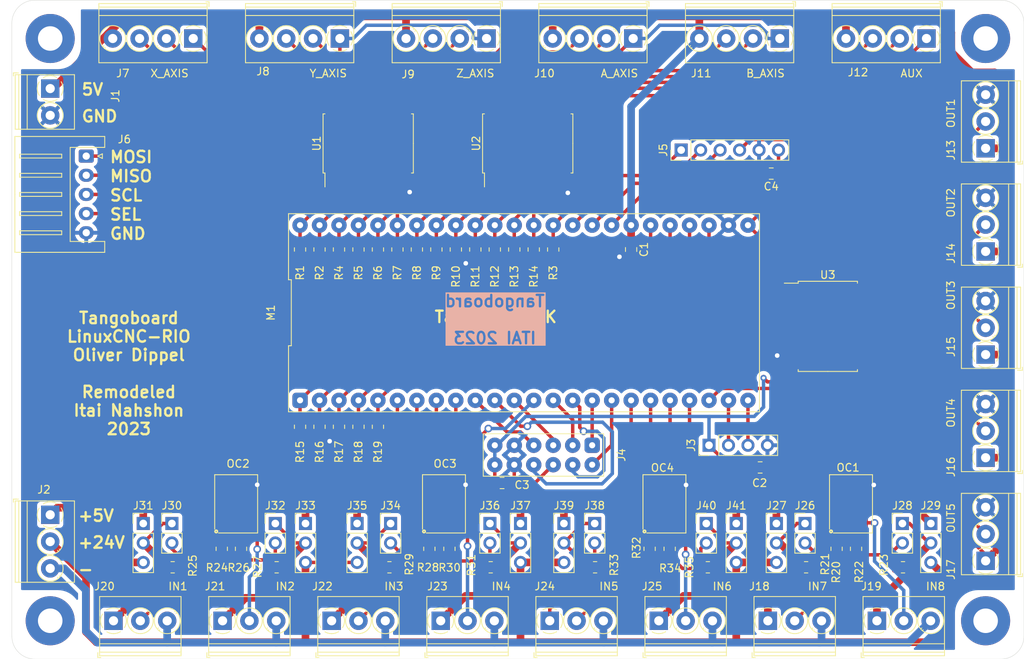
<source format=kicad_pcb>
(kicad_pcb (version 20221018) (generator pcbnew)
  (layers (0 "F.Cu" signal) (31 "B.Cu" signal) (34 "B.Paste" user) (35 "F.Paste" user) (36 "B.SilkS" user "B.Silkscreen") (37 "F.SilkS" user "F.Silkscreen") (38 "B.Mask" user) (39 "F.Mask" user) (44 "Edge.Cuts" user))
  (net 0 "")
  (net 1 "/72")
  (net 2 "/71")
  (net 3 "/70")
  (net 4 "/57")
  (net 5 "/GND")
  (net 6 "/3V3")
  (net 7 "/68")
  (net 8 "/69")
  (net 9 "Net-(J7-Pin_1)")
  (net 10 "Net-(J9-Pin_3)")
  (net 11 "Net-(J10-Pin_3)")
  (net 12 "/5V")
  (net 13 "Net-(J11-Pin_3)")
  (net 14 "Net-(J12-Pin_3)")
  (net 15 "Net-(J18-Pin_1)")
  (net 16 "Net-(J19-Pin_1)")
  (net 17 "Net-(J20-Pin_1)")
  (net 18 "Net-(J21-Pin_1)")
  (net 19 "Net-(J22-Pin_1)")
  (net 20 "Net-(J22-Pin_2)")
  (net 21 "Net-(J7-Pin_2)")
  (net 22 "Net-(J7-Pin_3)")
  (net 23 "Net-(J8-Pin_1)")
  (net 24 "Net-(J8-Pin_2)")
  (net 25 "Net-(J8-Pin_3)")
  (net 26 "Net-(J9-Pin_2)")
  (net 27 "Net-(J10-Pin_2)")
  (net 28 "Net-(J11-Pin_2)")
  (net 29 "Net-(J12-Pin_2)")
  (net 30 "Net-(J13-Pin_2)")
  (net 31 "Net-(J14-Pin_2)")
  (net 32 "Net-(J15-Pin_2)")
  (net 33 "Net-(J17-Pin_2)")
  (net 34 "Net-(J18-Pin_2)")
  (net 35 "Net-(J19-Pin_2)")
  (net 36 "Net-(J20-Pin_2)")
  (net 37 "Net-(J21-Pin_2)")
  (net 38 "/42")
  (net 39 "/51")
  (net 40 "/35")
  (net 41 "/41")
  (net 42 "/34")
  (net 43 "/40")
  (net 44 "/30")
  (net 45 "/33")
  (net 46 "/38")
  (net 47 "/37")
  (net 48 "/36")
  (net 49 "/39")
  (net 50 "/25")
  (net 51 "/26")
  (net 52 "/27")
  (net 53 "/28")
  (net 54 "/29")
  (net 55 "/53")
  (net 56 "/54")
  (net 57 "/55")
  (net 58 "/56")
  (net 59 "/32")
  (net 60 "/31")
  (net 61 "/49")
  (net 62 "/48")
  (net 63 "/73")
  (net 64 "/74")
  (net 65 "/75")
  (net 66 "/76")
  (net 67 "/77")
  (net 68 "/79")
  (net 69 "/80")
  (net 70 "/81")
  (net 71 "/82")
  (net 72 "/83")
  (net 73 "/84")
  (net 74 "/85")
  (net 75 "/86")
  (net 76 "/63")
  (net 77 "Net-(OC1-Pad1)")
  (net 78 "Net-(OC1-Pad3)")
  (net 79 "Net-(OC2-Pad1)")
  (net 80 "Net-(OC2-Pad3)")
  (net 81 "Net-(OC3-Pad1)")
  (net 82 "Net-(OC3-Pad3)")
  (net 83 "Net-(OC4-Pad1)")
  (net 84 "Net-(OC4-Pad3)")
  (net 88 "Net-(J16-Pin_2)")
  (net 89 "Net-(J23-Pin_1)")
  (net 90 "/SENS_GND")
  (net 91 "Net-(J10-Pin_1)")
  (net 92 "Net-(J23-Pin_2)")
  (net 93 "Net-(J12-Pin_1)")
  (net 94 "Net-(J24-Pin_1)")
  (net 95 "Net-(J24-Pin_2)")
  (net 96 "/SENS_V2")
  (net 97 "/SENS_V1")
  (net 98 "Net-(J25-Pin_1)")
  (net 99 "Net-(J28-Pad2)")
  (net 100 "Net-(J30-Pad2)")
  (net 101 "Net-(J32-Pad2)")
  (net 102 "Net-(J34-Pad2)")
  (net 103 "Net-(J36-Pad2)")
  (net 104 "Net-(J38-Pad2)")
  (net 105 "Net-(J40-Pad2)")
  (net 106 "Net-(J25-Pin_2)")
  (net 107 "Net-(J26-Pad2)")
  (footprint "MountingHole:MountingHole_3.2mm_M3_Pad" (layer "F.Cu") (at 87.5 136.5)
    (fp_text reference "H2" hide)
    (fp_text value "MountingHole" hide)
  )
  (footprint "Resistor_SMD:R_0805_2012Metric" (layer "F.Cu") (at 127.704 88.04 -90)
    (fp_text reference "R5")
    (fp_text value "R")
  )
  (footprint "Connector_PinHeader_2.54mm:PinHeader_1x03_P2.54mm_Vertical" (layer "F.Cu") (at 176.98 123.8032)
    (fp_text reference "J41")
    (fp_text value "Sense Power Select" hide)
  )
  (footprint "Resistor_SMD:R_0805_2012Metric" (layer "F.Cu") (at 173.2716 129.5182)
    (fp_text reference "R35")
    (fp_text value "R")
  )
  (footprint "Resistor_SMD:R_0805_2012Metric" (layer "F.Cu") (at 131.7426 129.5182 180)
    (fp_text reference "R29")
    (fp_text value "R")
  )
  (footprint "TerminalBlock_Phoenix:TerminalBlock_Phoenix_PT-1,5-4-3.5-H_1x04_P3.50mm_Horizontal" (layer "F.Cu") (at 106.157 60.5 180)
    (fp_text reference "J7")
    (fp_text value "X_AXIS")
  )
  (footprint "PCM_Package_SO_AKL:SOIC-8_3.9x4.9mm_P1.27mm" (layer "F.Cu") (at 191.9406 121.2378 90)
    (fp_text reference "OC1")
    (fp_text value "ILD207Ts" hide)
  )
  (footprint "Package_SO:SOIC-18W_7.5x11.6mm_P1.27mm" (layer "F.Cu") (at 149.7766 74.197 90)
    (fp_text reference "U2")
    (fp_text value "ULN2803A")
  )
  (footprint "Capacitor_SMD:C_0805_2012Metric" (layer "F.Cu") (at 181.5418 78.134 180)
    (fp_text reference "C4")
    (fp_text value "100n")
  )
  (footprint "Resistor_SMD:R_0805_2012Metric" (layer "F.Cu") (at 198.7243 129.5182)
    (fp_text reference "R23")
    (fp_text value "R")
  )
  (footprint "Connector_PinHeader_2.54mm:PinHeader_1x03_P2.54mm_Vertical" (layer "F.Cu") (at 202.3546 123.8032)
    (fp_text reference "J29")
    (fp_text value "Sense Power Select" hide)
  )
  (footprint "Resistor_SMD:R_0805_2012Metric" (layer "F.Cu") (at 125.164 111.1775 -90)
    (fp_text reference "R17")
    (fp_text value "R")
  )
  (footprint "Capacitor_SMD:C_0805_2012Metric" (layer "F.Cu") (at 163.264 88.0415 -90)
    (fp_text reference "C1")
    (fp_text value "100n")
  )
  (footprint "Resistor_SMD:R_0805_2012Metric" (layer "F.Cu") (at 190.061 127.1071 -90)
    (fp_text reference "R20")
    (fp_text value "R")
  )
  (footprint "Connector_PinHeader_2.54mm:PinHeader_1x02_P2.54mm_Vertical" (layer "F.Cu") (at 116.8582 123.8032)
    (fp_text reference "J32")
    (fp_text value "Led resistor select" hide)
  )
  (footprint "Resistor_SMD:R_0805_2012Metric" (layer "F.Cu") (at 148.024 88.04 -90)
    (fp_text reference "R13")
    (fp_text value "R" hide)
  )
  (footprint "Capacitor_SMD:C_0805_2012Metric" (layer "F.Cu") (at 180.094 116.488)
    (fp_text reference "C2")
    (fp_text value "100n")
  )
  (footprint "Connector_PinHeader_2.54mm:PinHeader_1x03_P2.54mm_Vertical" (layer "F.Cu") (at 182.2124 123.8032)
    (fp_text reference "J27")
    (fp_text value "Sense Power Select" hide)
  )
  (footprint "Resistor_SMD:R_0805_2012Metric" (layer "F.Cu") (at 130.244 88.04 -90)
    (fp_text reference "R6")
    (fp_text value "R")
  )
  (footprint "TerminalBlock_Phoenix:TerminalBlock_Phoenix_PT-1,5-4-3.5-H_1x04_P3.50mm_Horizontal" (layer "F.Cu") (at 182.6618 60.5 180)
    (fp_text reference "J11")
    (fp_text value "B_AXIS")
  )
  (footprint "Connector_JST:JST_XH_S5B-XH-A_1x05_P2.50mm_Horizontal" (layer "F.Cu") (at 92.2 75.8518 -90)
    (fp_text reference "J6")
    (fp_text value "SPI")
  )
  (footprint "TerminalBlock_Phoenix:TerminalBlock_Phoenix_PT-1,5-4-3.5-H_1x04_P3.50mm_Horizontal" (layer "F.Cu") (at 201.788 60.5 180)
    (fp_text reference "J12")
    (fp_text value "AUX")
  )
  (footprint "Resistor_SMD:R_0805_2012Metric" (layer "F.Cu") (at 103.4724 129.5182 180)
    (fp_text reference "R25")
    (fp_text value "R")
  )
  (footprint "TerminalBlock_Phoenix:TerminalBlock_Phoenix_PT-1,5-2-3.5-H_1x02_P3.50mm_Horizontal" (layer "F.Cu") (at 87.5 67.0342 -90)
    (fp_text reference "J1")
    (fp_text value "PWR")
  )
  (footprint "Library:Conn_02X06_PinHeader" (layer "F.Cu") (at 151.834 114.8624 -90)
    (fp_text reference "J4")
    (fp_text value "PMOD" hide)
  )
  (footprint "MountingHole:MountingHole_3.2mm_M3_Pad" (layer "F.Cu") (at 209.5 60.5)
    (fp_text reference "H3" hide)
    (fp_text value "MountingHole" hide)
  )
  (footprint "TerminalBlock_Phoenix:TerminalBlock_Phoenix_PT-1,5-3-3.5-H_1x03_P3.50mm_Horizontal" (layer "F.Cu") (at 209.5 74.832 90)
    (fp_text reference "J13")
    (fp_text value "OUT1")
  )
  (footprint "PCM_Package_SO_AKL:SOIC-8_3.9x4.9mm_P1.27mm" (layer "F.Cu") (at 138.8546 121.2378 90)
    (fp_text reference "OC3")
    (fp_text value "ILD207Ts" hide)
  )
  (footprint "Library:TangNano9k" (layer "F.Cu") (at 149.294 96.295 90)
    (fp_text reference "M1")
    (fp_text value "~")
  )
  (footprint "TerminalBlock_Phoenix:TerminalBlock_Phoenix_PT-1,5-3-3.5-H_1x03_P3.50mm_Horizontal" (layer "F.Cu") (at 95.756 136.5)
    (fp_text reference "J20")
    (fp_text value "IN1")
  )
  (footprint "Resistor_SMD:R_0805_2012Metric" (layer "F.Cu") (at 122.624 88.04 -90)
    (fp_text reference "R2")
    (fp_text value "R")
  )
  (footprint "Resistor_SMD:R_0805_2012Metric" (layer "F.Cu") (at 192.601 127.1071 -90)
    (fp_text reference "R22")
    (fp_text value "R")
  )
  (footprint "TerminalBlock_Phoenix:TerminalBlock_Phoenix_PT-1,5-4-3.5-H_1x04_P3.50mm_Horizontal" (layer "F.Cu") (at 144.4094 60.5 180)
    (fp_text reference "J9")
    (fp_text value "Z_AXIS")
  )
  (footprint "Package_SO:SOIC-18W_7.5x11.6mm_P1.27mm" (layer "F.Cu") (at 188.918 98.073)
    (fp_text reference "U3")
    (fp_text value "ULN2803A")
  )
  (footprint "Resistor_SMD:R_0805_2012Metric" (layer "F.Cu") (at 145.484 88.04 -90)
    (fp_text reference "R12")
    (fp_text value "R")
  )
  (footprint "TerminalBlock_Phoenix:TerminalBlock_Phoenix_PT-1,5-3-3.5-H_1x03_P3.50mm_Horizontal" (layer "F.Cu") (at 138.428 136.5)
    (fp_text reference "J23")
    (fp_text value "IN4")
  )
  (footprint "Package_SO:SOIC-18W_7.5x11.6mm_P1.27mm" (layer "F.Cu") (at 128.974 74.197 90)
    (fp_text reference "U1")
    (fp_text value "ULN2803A")
  )
  (footprint "Capacitor_SMD:C_0805_2012Metric" (layer "F.Cu") (at 146.434 118.52)
    (fp_text reference "C3")
    (fp_text value "100n")
  )
  (footprint "TerminalBlock_Phoenix:TerminalBlock_Phoenix_PT-1,5-3-3.5-H_1x03_P3.50mm_Horizontal" (layer "F.Cu") (at 209.5 115.218 90)
    (fp_text reference "J16")
    (fp_text value "OUT4")
  )
  (footprint "Connector_PinHeader_2.54mm:PinHeader_1x02_P2.54mm_Vertical" (layer "F.Cu") (at 185.9462 123.8032)
    (fp_text reference "J26")
    (fp_text value "Led resistor select" hide)
  )
  (footprint "Resistor_SMD:R_0805_2012Metric" (layer "F.Cu") (at 120.084 111.1775 -90)
    (fp_text reference "R15")
    (fp_text value "R")
  )
  (footprint "Resistor_SMD:R_0805_2012Metric" (layer "F.Cu") (at 109.8732 127.1071 -90)
    (fp_text reference "R24")
    (fp_text value "R")
  )
  (footprint "PCM_Package_SO_AKL:SOIC-8_3.9x4.9mm_P1.27mm" (layer "F.Cu") (at 167.6074 121.2378 90)
    (fp_text reference "OC4")
    (fp_text value "ILD207Ts" hide)
  )
  (footprint "TerminalBlock_Phoenix:TerminalBlock_Phoenix_PT-1,5-3-3.5-H_1x03_P3.50mm_Horizontal" (layer "F.Cu") (at 109.98 136.5)
    (fp_text reference "J21")
    (fp_text value "IN2")
  )
  (footprint "TerminalBlock_Phoenix:TerminalBlock_Phoenix_PT-1,5-3-3.5-H_1x03_P3.50mm_Horizontal" (layer "F.Cu") (at 152.652 136.5)
    (fp_text reference "J24")
    (fp_text value "IN5")
  )
  (footprint "TerminalBlock_Phoenix:TerminalBlock_Phoenix_PT-1,5-3-3.5-H_1x03_P3.50mm_Horizontal" (layer "F.Cu") (at 209.5 101.756 90)
    (fp_text reference "J15")
    (fp_text value "OUT3")
  )
  (footprint "Connector_PinHeader_2.54mm:PinHeader_1x03_P2.54mm_Vertical" (layer "F.Cu") (at 127.5262 123.8032)
    (fp_text reference "J35")
    (fp_text value "Sense Power Select" hide)
  )
  (footprint "Connector_PinHeader_2.54mm:PinHeader_1x03_P2.54mm_Vertical" (layer "F.Cu") (at 99.637 123.8032)
    (fp_text reference "J31")
    (fp_text value "Sense Power Select" hide)
  )
  (footprint "Resistor_SMD:R_0805_2012Metric" (layer "F.Cu") (at 122.624 111.1775 -90)
    (fp_text reference "R16")
    (fp_text value "R")
  )
  (footprint "Connector_PinHeader_2.54mm:PinHeader_1x04_P2.54mm_Vertical" (layer "F.Cu") (at 173.424 113.5924 90)
    (fp_text reference "J3")
    (fp_text value "EXT")
  )
  (footprint "Resistor_SMD:R_0805_2012Metric" (layer "F.Cu") (at 168.2932 127.1071 -90)
    (fp_text reference "R34")
    (fp_text value "R" hide)
  )
  (footprint "Resistor_SMD:R_0805_2012Metric" (layer "F.Cu") (at 165.677 127.1071 -90)
    (fp_text reference "R32")
    (fp_text value "R")
  )
  (footprint "MountingHole:MountingHole_3.2mm_M3_Pad" (layer "F.Cu") (at 87.5 60.5)
    (fp_text reference "H1" hide)
    (fp_text value "MountingHole" hide)
  )
  (footprint "Resistor_SMD:R_0805_2012Metric" (layer "F.Cu") (at 120.084 88.04 -90)
    (fp_text reference "R1")
    (fp_text value "R")
  )
  (footprint "Connector_PinHeader_2.54mm:PinHeader_1x02_P2.54mm_Vertical" (layer "F.Cu") (at 144.849 123.8032)
    (fp_text reference "J36")
    (fp_text value "Led resistor select" hide)
  )
  (footprint "Resistor_SMD:R_0805_2012Metric" (layer "F.Cu") (at 132.784 88.04 -90)
    (fp_text reference "R7")
    (fp_text value "R")
  )
  (footprint "Resistor_SMD:R_0805_2012Metric" (layer "F.Cu") (at 150.564 88.04 -90)
    (fp_text reference "R14")
    (fp_text value "R" hide)
  )
  (footprint "Resistor_SMD:R_0805_2012Metric" (layer "F.Cu") (at 139.5658 127.1071 -90)
    (fp_text reference "R30")
    (fp_text value "R")
  )
  (footprint "Connector_PinHeader_2.54mm:PinHeader_1x02_P2.54mm_Vertical" (layer "F.Cu") (at 103.3708 123.8032)
    (fp_text reference "J30")
    (fp_text value "Led resistor select" hide)
  )
  (footprint "Connector_PinHeader_2.54mm:PinHeader_1x02_P2.54mm_Vertical" (layer "F.Cu") (at 131.895 123.8032)
    (fp_text reference "J34")
    (fp_text value "Led resistor select" hide)
  )
  (footprint "TerminalBlock_Phoenix:TerminalBlock_Phoenix_PT-1,5-4-3.5-H_1x04_P3.50mm_Horizontal" (layer "F.Cu") (at 163.5356 60.5 180)
    (fp_text reference "J10")
    (fp_text value "A_AXIS")
  )
  (footprint "Connector_PinHeader_2.54mm:PinHeader_1x03_P2.54mm_Vertical" (layer "F.Cu") (at 120.7952 123.8032)
    (fp_text reference "J33")
    (fp_text value "Sense Power Select" hide)
  )
  (footprint "TerminalBlock_Phoenix:TerminalBlock_Phoenix_PT-1,5-3-3.5-H_1x03_P3.50mm_Horizontal" (layer "F.Cu") (at 209.5 88.294 90)
    (fp_text reference "J14")
    (fp_text value "OUT2")
  )
  (footprint "Connector_PinHeader_2.54mm:PinHeader_1x03_P2.54mm_Vertical" (layer "F.Cu") (at 148.8368 123.8032)
    (fp_text reference "J37")
    (fp_text value "Sense Power Select" hide)
  )
  (footprint "PCM_Package_SO_AKL:SOIC-8_3.9x4.9mm_P1.27mm" (layer "F.Cu") (at 111.7528 121.2378 90)
    (fp_text reference "OC2")
    (fp_text value "ILD207Ts" hide)
  )
  (footprint "Resistor_SMD:R_0805_2012Metric" (layer "F.Cu") (at 142.944 88.04 -90)
    (fp_text reference "R11")
    (fp_text value "R" hide)
  )
  (footprint "TerminalBlock_Phoenix:TerminalBlock_Phoenix_PT-1,5-3-3.5-H_1x03_P3.50mm_Horizontal" (layer "F.Cu") (at 166.876 136.5)
    (fp_text reference "J25")
    (fp_text value "IN6")
  )
  (footprint "Connector_PinHeader_2.54mm:PinHeader_1x02_P2.54mm_Vertical" (layer "F.Cu") (at 198.6462 123.8032)
    (fp_text reference "J28")
    (fp_text value "Led resistor select" hide)
  )
  (footprint "Connector_PinHeader_2.54mm:PinHeader_1x02_P2.54mm_Vertical" (layer "F.Cu") (at 173.0684 123.8032)
    (fp_text reference "J40")
    (fp_text value "Led resistor select" hide)
  )
  (footprint "Resistor_SMD:R_0805_2012Metric" (layer "F.Cu") (at 144.9506 129.5182)
    (fp_text reference "R31")
    (fp_text value "R")
  )
  (footprint "TerminalBlock_Phoenix:TerminalBlock_Phoenix_PT-1,5-3-3.5-H_1x03_P3.50mm_Horizontal" (layer "F.Cu") (at 87.5 122.6654 -90)
    (fp_text reference "J2")
    (fp_text value "SENSPWR")
  )
  (footprint "Resistor_SMD:R_0805_2012Metric" (layer "F.Cu") (at 140.404 88.04 -90)
    (fp_text reference "R10")
    (fp_text value "R")
  )
  (footprint "TerminalBlock_Phoenix:TerminalBlock_Phoenix_PT-1,5-3-3.5-H_1x03_P3.50mm_Horizontal" (layer "F.Cu") (at 124.204 136.5)
    (fp_text reference "J22")
    (fp_text value "IN3")
  )
  (footprint "TerminalBlock_Phoenix:TerminalBlock_Phoenix_PT-1,5-3-3.5-H_1x03_P3.50mm_Horizontal" (layer "F.Cu") (at 195.324 136.5)
    (fp_text reference "J19")
    (fp_text value "IN8")
  )
  (footprint "Resistor_SMD:R_0805_2012Metric" (layer "F.Cu") (at 135.324 88.04 -90)
    (fp_text reference "R8")
    (fp_text value "R")
  )
  (footprint "TerminalBlock_Phoenix:TerminalBlock_Phoenix_PT-1,5-3-3.5-H_1x03_P3.50mm_Horizontal" (layer "F.Cu") (at 181.1 136.5)
    (fp_text reference "J18")
    (fp_text value "IN7")
  )
  (footprint "Resistor_SMD:R_0805_2012Metric" (layer "F.Cu") (at 137.864 88.04 -90)
    (fp_text reference "R9")
    (fp_text value "R")
  )
  (footprint "Resistor_SMD:R_0805_2012Metric" (layer "F.Cu") (at 117.036 129.5182)
    (fp_text reference "R27")
    (fp_text value "R" hide)
  )
  (footprint "Resistor_SMD:R_0805_2012Metric" (layer "F.Cu") (at 127.704 111.1775 -90)
    (fp_text reference "R18")
    (fp_text value "R")
  )
  (footprint "Resistor_SMD:R_0805_2012Metric" (layer "F.Cu") (at 112.3878 127.1071 -90)
    (fp_text reference "R26")
    (fp_text value "R")
  )
  (footprint "MountingHole:MountingHole_3.2mm_M3_Pad" (layer "F.Cu") (at 209.5 136.5)
    (fp_text reference "H4" hide)
    (fp_text value "MountingHole" hide)
  )
  (footprint "Resistor_SMD:R_0805_2012Metric" (layer "F.Cu") (at 153.104 88.04 -90)
    (fp_text reference "R3")
    (fp_text value "R" hide)
  )
  (footprint "Connector_PinHeader_2.54mm:PinHeader_1x02_P2.54mm_Vertical" (layer "F.Cu") (at 158.5142 123.8032)
    (fp_text reference "J38")
    (fp_text value "Led resistor select" hide)
  )
  (footprint "Resistor_SMD:R_0805_2012Metric" (layer "F.Cu") (at 158.565 129.5182 180)
    (fp_text reference "R33")
    (fp_text value "R")
  )
  (footprint "Resistor_SMD:R_0805_2012Metric" (layer "F.Cu") (at 136.9496 127.1071 -90)
    (fp_text reference "R28")
    (fp_text value "R")
  )
  (footprint "Resistor_SMD:R_0805_2012Metric" (layer "F.Cu") (at 186.0875 129.5182 180)
    (fp_text reference "R21")
    (fp_text value "R")
  )
  (footprint "TerminalBlock_Phoenix:TerminalBlock_Phoenix_PT-1,5-3-3.5-H_1x03_P3.50mm_Horizontal" (layer "F.Cu") (at 209.5 128.68 90)
    (fp_text reference "J17")
    (fp_text value "OUT5")
  )
  (footprint "Connector_PinHeader_2.54mm:PinHeader_1x03_P2.54mm_Vertical" (layer "F.Cu") (at 154.501 123.8032)
    (fp_text reference "J39")
    (fp_text value "Sense Power Select" hide)
  )
  (footprint "TerminalBlock_Phoenix:TerminalBlock_Phoenix_PT-1,5-4-3.5-H_1x04_P3.50mm_Horizontal" (layer "F.Cu") (at 125.2832 60.5 180)
    (fp_text reference "J8")
    (fp_text value "Y_AXIS")
  )
  (footprint "Connector_PinHeader_2.54mm:PinHeader_1x06_P2.54mm_Vertical" (layer "F.Cu") (at 169.7918 75.0606 90)
    (fp_text reference "J5")
    (fp_text value "PMOD")
  )
  (footprint "Resistor_SMD:R_0805_2012Metric" (layer "F.Cu") (at 130.244 111.1775 -90)
    (fp_text reference "R19")
    (fp_text value "R")
  )
  (footprint "Resistor_SMD:R_0805_2012Metric" (layer "F.Cu") (at 125.164 88.04 -90)
    (fp_text reference "R4")
    (fp_text value "R")
  )
  (gr_arc locked (start 85.5 141.5) (mid 83.37868 140.62132) (end 82.5 138.5) (stroke (width 0.05)) (layer "Edge.Cuts"))
  (gr_line locked (start 211.5 141.5) (end 85.5 141.5) (stroke (width 0.05)) (layer "Edge.Cuts"))
  (gr_line locked (start 85.5 55.5) (end 211.5 55.5) (stroke (width 0.05)) (layer "Edge.Cuts"))
  (gr_arc locked (start 211.5 55.5) (mid 213.62132 56.37868) (end 214.5 58.5) (stroke (width 0.05)) (layer "Edge.Cuts"))
  (gr_line locked (start 214.5 58.5) (end 214.5 138.5) (stroke (width 0.05)) (layer "Edge.Cuts"))
  (gr_arc locked (start 214.5 138.5) (mid 213.62132 140.62132) (end 211.5 141.5) (stroke (width 0.05)) (layer "Edge.Cuts"))
  (gr_arc locked (start 82.5 58.5) (mid 83.37868 56.37868) (end 85.5 55.5) (stroke (width 0.05)) (layer "Edge.Cuts"))
  (gr_line locked (start 82.5 138.5) (end 82.5 58.5) (stroke (width 0.05)) (layer "Edge.Cuts"))
  (gr_text "Tangoboard\n\nITAI 2023" (at 145.484 100.486) (layer "B.SilkS" knockout) (effects (font (size 1.5 1.5) (thickness 0.3) bold) (justify bottom mirror)))
  (gr_text "Tangoboard\nLinuxCNC-RIO\nOliver Dippel\n\nRemodeled\nItai Nahshon\n2023" (at 97.7574 112.3478) (layer "F.SilkS") (effects (font (size 1.5 1.5) (thickness 0.3) bold) (justify bottom)))
  (gr_text "Tang nano 9K" (at 137.483 97.7174) (layer "F.SilkS") (effects (font (size 1.5 1.5) (thickness 0.3) bold) (justify left bottom)))
  (gr_text "-" (at 91.001 130.6614) (layer "F.SilkS") (effects (font (size 1.5 1.5) (thickness 0.3) bold) (justify left bottom)))
  (gr_text "+24V\n" (at 91.001 127.1614) (layer "F.SilkS") (effects (font (size 1.5 1.5) (thickness 0.3) bold) (justify left bottom)))
  (gr_text "GND" (at 95.1412 86.8478) (layer "F.SilkS") (effects (font (size 1.5 1.5) (thickness 0.3) bold) (justify left bottom)))
  (gr_text "MISO\n" (at 95.1412 79.3478) (layer "F.SilkS") (effects (font (size 1.5 1.5) (thickness 0.3) bold) (justify left bottom)))
  (gr_text "SCL\n" (at 95.1412 81.8478) (layer "F.SilkS") (effects (font (size 1.5 1.5) (thickness 0.3) bold) (justify left bottom)))
  (gr_text "GND" (at 91.4582 71.5302) (layer "F.SilkS") (effects (font (size 1.5 1.5) (thickness 0.3) bold) (justify left bottom)))
  (gr_text "SEL" (at 95.1412 84.3478) (layer "F.SilkS") (effects (font (size 1.5 1.5) (thickness 0.3) bold) (justify left bottom)))
  (gr_text "MOSI" (at 95.1412 76.8478) (layer "F.SilkS") (effects (font (size 1.5 1.5) (thickness 0.3) bold) (justify left bottom)))
  (gr_text "+5V\n" (at 91.001 123.6614) (layer "F.SilkS") (effects (font (size 1.5 1.5) (thickness 0.3) bold) (justify left bottom)))
  (gr_text "5V" (at 91.4582 68.0302) (layer "F.SilkS") (effects (font (size 1.5 1.5) (thickness 0.3) bold) (justify left bottom)))
  (segment (start 155.644 84.865) (end 162.121 78.388) (width 0.45) (layer "F.Cu") (net 1))
  (segment (start 166.4644 78.388) (end 169.7918 75.0606) (width 0.45) (layer "F.Cu") (net 1))
  (segment (start 162.121 78.388) (end 166.4644 78.388) (width 0.45) (layer "F.Cu") (net 1))
  (segment (start 167.9886 79.404) (end 172.3319 75.0607) (width 0.45) (layer "F.Cu") (net 2))
  (segment (start 158.184 84.865) (end 163.645 79.404) (width 0.45) (layer "F.Cu") (net 2))
  (segment (start 172.3318 75.0606) (end 172.3319 75.0607) (width 0.45) (layer "F.Cu") (net 2))
  (segment (start 163.645 79.404) (end 167.9886 79.404) (width 0.45) (layer "F.Cu") (net 2))
  (segment (start 172.3319 75.0607) (end 172.332 75.0606) (width 0.45) (layer "F.Cu") (net 2))
  (segment (start 174.8718 75.0606) (end 174.8719 75.0607) (width 0.45) (layer "F.Cu") (net 3))
  (segment (start 160.724 84.865) (end 165.142 80.4468) (width 0.45) (layer "F.Cu") (net 3))
  (segment (start 165.142 80.4468) (end 169.486 80.4468) (width 0.45) (layer "F.Cu") (net 3))
  (segment (start 169.486 80.4468) (end 174.8719 75.0607) (width 0.45) (layer "F.Cu") (net 3))
  (segment (start 174.8719 75.0607) (end 174.872 75.0606) (width 0.45) (layer "F.Cu") (net 3))
  (segment (start 177.412 75.0606) (end 178.0995 74.3731) (width 0.45) (layer "F.Cu") (net 4))
  (segment (start 178.0993 74.3731) (end 177.4118 75.0606) (width 0.45) (layer "F.Cu") (net 4))
  (segment (start 178.0995 74.3731) (end 178.787 73.6856) (width 0.45) (layer "F.Cu") (net 4))
  (segment (start 185.768 106.176) (end 174.973 106.176) (width 0.45) (layer "F.Cu") (net 4))
  (segment (start 178.0995 74.3731) (end 178.0993 74.3731) (width 0.45) (layer "F.Cu") (net 4))
  (segment (start 178.787 73.6856) (end 183.428 73.6856) (width 0.45) (layer "F.Cu") (net 4))
  (segment (start 186.886 77.1436) (end 186.886 105.058) (width 0.45) (layer "F.Cu") (net 4))
  (segment (start 183.428 73.6856) (end 186.886 77.1436) (width 0.45) (layer "F.Cu") (net 4))
  (segment (start 186.886 105.058) (end 185.768 106.176) (width 0.45) (layer "F.Cu") (net 4))
  (segment (start 174.973 106.176) (end 173.424 107.725) (width 0.45) (layer "F.Cu") (net 4))
  (segment (start 169.5124 119.42655) (end 168.67615 120.2628) (width 0.45) (layer "F.Cu") (net 5))
  (segment (start 167.80865 120.2628) (end 166.9724 119.42655) (width 0.45) (layer "F.Cu") (net 5))
  (segment (start 142.944 88.929) (end 145.484 88.929) (width 0.45) (layer "F.Cu") (net 5))
  (segment (start 168.67615 120.2628) (end 167.80865 120.2628) (width 0.45) (layer "F.Cu") (net 5))
  (segment (start 134.054 80.2168) (end 134.384 80.547) (width 0.45) (layer "F.Cu") (net 5))
  (segment (start 132.784 88.929) (end 135.324 88.929) (width 0.45) (layer "F.Cu") (net 5))
  (segment (start 130.244 88.929) (end 132.784 88.929) (width 0.45) (layer "F.Cu") (net 5))
  (segment (start 134.054 78.847) (end 134.054 80.2168) (width 0.45) (layer "F.Cu") (net 5))
  (segment (start 154.8566 79.6712) (end 154.8566 78.847) (width 0.45) (layer "F.Cu") (net 5))
  (segment (start 145.484 88.929) (end 148.024 88.929) (width 0.45) (layer "F.Cu") (net 5))
  (segment (start 184.268 103.153) (end 184.268 99.343) (width 0.45) (layer "F.Cu") (net 5))
  (segment (start 191.3056 119.4852) (end 192.0832 120.2628) (width 0.45) (layer "F.Cu") (net 5))
  (segment (start 148.024 117.88) (end 147.384 118.52) (width 0.45) (layer "F.Cu") (net 5))
  (segment (start 113.6578 119.4344) (end 112.8294 120.2628) (width 0.45) (layer "F.Cu") (net 5))
  (segment (start 140.7596 118.7628) (end 140.7596 119.42655) (width 0.45) (layer "F.Cu") (net 5))
  (segment (start 179.9518 75.0606) (end 179.9518 77.494) (width 0.45) (layer "F.Cu") (net 5))
  (segment (start 193.1442 120.2628) (end 193.8456 119.5614) (width 0.45) (layer "F.Cu") (net 5))
  (segment (start 179.9518 77.494) (end 180.5918 78.134) (width 0.45) (layer "F.Cu") (net 5))
  (segment (start 113.6578 118.7628) (end 114.4818 118.7628) (width 0.45) (layer "F.Cu") (net 5))
  (segment (start 120.084 88.929) (end 122.624 88.929) (width 0.45) (layer "F.Cu") (net 5))
  (segment (start 138.9972 120.2628) (end 138.2196 119.4852) (width 0.45) (layer "F.Cu") (net 5))
  (segment (start 127.704 112.09) (end 130.244 112.09) (width 0.45) (layer "F.Cu") (net 5))
  (segment (start 194.9012 118.7628) (end 194.9124 118.774) (width 0.45) (layer "F.Cu") (net 5))
  (segment (start 138.2196 119.4852) (end 138.2196 118.7628) (width 0.45) (layer "F.Cu") (net 5))
  (segment (start 137.864 88.929) (end 140.404 88.929) (width 0.45) (layer "F.Cu") (net 5))
  (segment (start 140.7596 118.7628) (end 141.6598 118.7628) (width 0.45) (layer "F.Cu") (net 5))
  (segment (start 123.945 112.09) (end 123.945 113.059) (width 0.45) (layer "F.Cu") (net 5))
  (segment (start 170.4156 118.7628) (end 170.4268 118.774) (width 0.45) (layer "F.Cu") (net 5))
  (segment (start 169.5124 118.7628) (end 170.4156 118.7628) (width 0.45) (layer "F.Cu") (net 5))
  (segment (start 135.324 88.929) (end 137.864 88.929) (width 0.45) (layer "F.Cu") (net 5))
  (segment (start 140.404 88.929) (end 141.598 88.929) (width 0.45) (layer "F.Cu") (net 5))
  (segment (start 113.6578 118.7628) (end 113.6578 119.4344) (width 0.45) (layer "F.Cu") (net 5))
  (segment (start 122.624 112.09) (end 123.945 112.09) (width 0.45) (layer "F.Cu") (net 5))
  (segment (start 161.74 88.9915) (end 163.264 88.9915) (width 0.45) (layer "F.Cu") (net 5))
  (segment (start 148.024 88.929) (end 150.564 88.929) (width 0.45) (layer "F.Cu") (net 5))
  (segment (start 127.704 88.929) (end 130.244 88.929) (width 0.45) (layer "F.Cu") (net 5))
  (segment (start 122.624 88.929) (end 125.164 88.929) (width 0.45) (layer "F.Cu") (net 5))
  (segment (start 181.044 113.5924) (end 181.044 116.4084) (width 0.45) (layer "F.Cu") (net 5))
  (segment (start 191.3056 118.7628) (end 191.3056 119.4852) (width 0.45) (layer "F.Cu") (net 5))
  (segment (start 150.564 88.929) (end 153.104 88.929) (width 0.45) (layer "F.Cu") (net 5))
  (segment (start 141.598 88.929) (end 141.598 89.7418) (width 0.45) (layer "F.Cu") (net 5))
  (segment (start 154.857 80.4962) (end 155.009 80.6486) (width 0.45) (layer "F.Cu") (net 5))
  (segment (start 111.1178 119.4598) (end 111.1178 118.7628) (width 0.45) (layer "F.Cu") (net 5))
  (segment (start 139.92335 120.2628) (end 138.9972 120.2628) (width 0.45) (layer "F.Cu") (net 5))
  (segment (start 111.9208 120.2628) (end 111.1178 119.4598) (width 0.45) (layer "F.Cu") (net 5))
  (segment (start 154.857 78.847) (end 154.857 79.6716) (width 0.45) (layer "F.Cu") (net 5))
  (segment (start 141.598 89.7418) (end 141.699 89.8434) (width 0.45) (layer "F.Cu") (net 5))
  (segment (start 182.314 101.756) (end 182.441 101.883) (width 0.45) (layer "F.Cu") (net 5))
  (segment (start 141.598 88.929) (end 142.944 88.929) (width 0.45) (layer "F.Cu") (net 5))
  (segment (start 140.7596 119.42655) (end 139.92335 120.2628) (width 0.45) (layer "F.Cu") (net 5))
  (segment (start 112.8294 120.2628) (end 111.9208 120.2628) (width 0.45) (layer "F.Cu") (net 5))
  (segment (start 125.164 112.09) (end 127.704 112.09) (width 0.45) (layer "F.Cu") (net 5))
  (segment (start 123.945 112.09) (end 125.164 112.09) (width 0.45) (layer "F.Cu") (net 5))
  (segment (start 125.164 88.929) (end 127.704 88.929) (width 0.45) (layer "F.Cu") (net 5))
  (segment (start 193.8456 118.7628) (end 194.9012 118.7628) (width 0.45) (layer "F.Cu") (net 5))
  (segment (start 182.441 101.883) (end 184.268 101.883) (width 0.45) (layer "F.Cu") (net 5))
  (segment (start 154.857 79.6716) (end 154.8566 79.6712) (width 0.45) (layer "F.Cu") (net 5))
  (segment (start 141.6598 118.7628) (end 141.674 118.7486) (width 0.45) (layer "F.Cu") (net 5))
  (segment (start 114.4818 118.7628) (end 114.496 118.7486) (width 0.45) (layer "F.Cu") (net 5))
  (segment (start 193.8456 119.5614) (end 193.8456 118.7628) (width 0.45) (layer "F.Cu") (net 5))
  (segment (start 166.9724 119.42655) (end 166.9724 118.7628) (width 0.45) (layer "F.Cu") (net 5))
  (segment (start 120.084 112.09) (end 122.624 112.09) (width 0.45) (layer "F.Cu") (net 5))
  (segment (start 192.0832 120.2628) (end 193.1442 120.2628) (width 0.45) (layer "F.Cu") (net 5))
  (segment (start 169.5124 118.7628) (end 169.5124 119.42655) (width 0.45) (layer "F.Cu") (net 5))
  (segment (start 154.857 79.6716) (end 154.857 80.4962) (width 0.45) (layer "F.Cu") (net 5))
  (segment (start 148.024 116.1324) (end 148.024 117.88) (width 0.45) (layer "F.Cu") (net 5))
  (via (at 155.009 80.6486) (size 1) (drill 0.6) (layers "F.Cu" "B.Cu") (net 5))
  (via (at 134.384 80.547) (size 1) (drill 0.6) (layers "F.Cu" "B.Cu") (net 5))
  (via (at 182.314 101.883) (size 1) (drill 0.6) (layers "F.Cu" "B.Cu") (net 5))
  (via (at 161.74 88.9915) (size 1) (drill 0.6) (layers "F.Cu" "B.Cu") (net 5))
  (via (at 141.699 89.8434) (size 1) (drill 0.6) (layers "F.Cu" "B.Cu") (net 5))
  (via (at 141.674 118.7486) (size 1) (drill 0.6) (layers "F.Cu" "B.Cu") (net 5))
  (via (at 194.9124 118.774) (size 1) (drill 0.6) (layers "F.Cu" "B.Cu") (net 5))
  (via (at 114.496 118.7486) (size 1) (drill 0.6) (layers "F.Cu" "B.Cu") (net 5))
  (via (at 170.4268 118.774) (size 1) (drill 0.6) (layers "F.Cu" "B.Cu") (net 5))
  (via (at 123.945 113.059) (size 1) (drill 0.6) (layers "F.Cu" "B.Cu") (net 5))
  (segment (start 185.818 104.602) (end 185.108 105.312) (width 0.45) (layer "F.Cu") (net 6))
  (segment (start 185.818 92.179) (end 185.818 104.602) (width 0.45) (layer "F.Cu") (net 6))
  (segment (start 178.504 84.865) (end 185.818 92.179) (width 0.45) (layer "F.Cu") (net 6))
  (segment (start 182.4918 75.0606) (end 182.4918 78.134) (width 0.45) (layer "F.Cu") (net 6))
  (segment (start 182.4918 80.8772) (end 178.504 84.865) (width 0.45) (layer "F.Cu") (net 6))
  (segment (start 181.044 105.312) (end 180.536 104.804) (width 0.45) (layer "F.Cu") (net 6))
  (segment (start 185.108 105.312) (end 181.044 105.312) (width 0.45) (layer "F.Cu") (net 6))
  (segment (start 145.484 118.52) (end 145.484 116.1324) (width 0.45) (layer "F.Cu") (net 6))
  (segment (start 179.144 116.488) (end 176.3196 116.488) (width 0.45) (layer "F.Cu") (net 6))
  (segment (start 182.4918 78.134) (end 182.4918 80.8772) (width 0.45) (layer "F.Cu") (net 6))
  (segment (start 176.3196 116.488) (end 173.424 113.5924) (width 0.45) (layer "F.Cu") (net 6))
  (via (at 180.536 104.804) (size 0.8) (drill 0.4) (layers "F.Cu" "B.Cu") (net 6))
  (segment (start 149.51666 109.833) (end 173.5 109.833) (width 0.45) (layer "B.Cu") (net 6))
  (segment (start 145.484 116.1324) (end 145.484 113.5924) (width 0.45) (layer "B.Cu") (net 6))
  (segment (start 173.424 113.592) (end 173.424 113.5924) (width 0.45) (layer "B.Cu") (net 6))
  (segment (start 179.317 109.833) (end 173.5 109.833) (width 0.45) (layer "B.Cu") (net 6))
  (segment (start 173.424 109.909) (end 173.5 109.833) (width 0.45) (layer "B.Cu") (net 6))
  (segment (start 145.484 113.5924) (end 145.75726 113.5924) (width 0.45) (layer "B.Cu") (net 6))
  (segment (start 145.75726 113.5924) (end 149.51666 109.833) (width 0.45) (layer "B.Cu") (net 6))
  (segment (start 173.424 113.592) (end 173.424 109.909) (width 0.45) (layer "B.Cu") (net 6))
  (segment (start 180.536 108.614) (end 179.317 109.833) (width 0.45) (layer "B.Cu") (net 6))
  (segment (start 180.536 104.804) (end 180.536 108.614) (width 0.45) (layer "B.Cu") (net 6))
  (segment (start 175.964 113.592) (end 175.964 107.725) (width 0.45) (layer "F.Cu") (net 7))
  (segment (start 175.964 113.592) (end 175.964 113.5924) (width 0.45) (layer "F.Cu") (net 7))
  (segment (start 178.504 113.592) (end 178.504 113.5924) (width 0.45) (layer "F.Cu") (net 8))
  (segment (start 178.504 113.592) (end 178.504 107.725) (width 0.45) (layer "F.Cu") (net 8))
  (segment (start 106.411 60.651) (end 106.157 60.651) (width 0.45) (layer "F.Cu") (net 9))
  (segment (start 109.6272 63.8672) (end 106.411 60.651) (width 0.45) (layer "F.Cu") (net 9))
  (segment (start 126.434 69.547) (end 126.434 68.8128) (width 0.45) (layer "F.Cu") (net 9))
  (segment (start 121.4884 63.8672) (end 109.6272 63.8672) (width 0.45) (layer "F.Cu") (net 9))
  (segment (start 126.434 68.8128) (end 121.4884 63.8672) (width 0.45) (layer "F.Cu") (net 9))
  (segment (start 137.4094 60.5) (end 131.514 66.3954) (width 0.45) (layer "F.Cu") (net 10))
  (segment (start 131.514 66.3954) (end 131.514 69.547) (width 0.45) (layer "F.Cu") (net 10))
  (segment (start 156.5356 60.5) (end 154.7733 62.2623) (width 0.45) (layer "F.Cu") (net 11))
  (segment (start 154.7733 62.2623) (end 151.2659 62.2623) (width 0.45) (layer "F.Cu") (net 11))
  (segment (start 144.6966 68.8316) (end 144.6966 69.547) (width 0.45) (layer "F.Cu") (net 11))
  (segment (start 151.2659 62.2623) (end 144.6966 68.8316) (width 0.45) (layer "F.Cu") (net 11))
  (segment (start 191.288 60.5) (end 191.288 57.6186) (width 1) (layer "F.Cu") (net 12))
  (segment (start 210.6608 64.926) (end 212.642 66.9072) (width 1) (layer "F.Cu") (net 12))
  (segment (start 114.783 57.6284) (end 114.801 57.6108) (width 1) (layer "F.Cu") (net 12))
  (segment (start 133.9094 60.5) (end 133.909 60.5) (width 0.45) (layer "F.Cu") (net 12))
  (segment (start 95.034 59.877) (end 97.3002 57.6108) (width 1) (layer "F.Cu") (net 12))
  (segment (start 114.783 59.0642) (end 114.7832 59.0644) (width 0.45) (layer "F.Cu") (net 12))
  (segment (start 140.6243 67.4786) (end 148.4441 59.6588) (width 0.45) (layer "F.Cu") (net 12))
  (segment (start 138.5559 69.547) (end 140.6243 67.4786) (width 0.45) (layer "F.Cu") (net 12))
  (segment (start 172.1618 59.0722) (end 172.1618 60.5) (width 0.45) (layer "F.Cu") (net 12))
  (segment (start 209.5 74.832) (end 212.159 74.832) (width 1) (layer "F.Cu") (net 12))
  (segment (start 212.642 74.3494) (end 212.642 87.8368) (width 1) (layer "F.Cu") (net 12))
  (segment (start 134.029 57.6108) (end 148.4441 57.6108) (width 1) (layer "F.Cu") (net 12))
  (segment (start 172.162 59.072) (end 172.1618 59.0722) (width 0.45) (layer "F.Cu") (net 12))
  (segment (start 134.054 69.547) (end 138.5559 69.547) (width 0.45) (layer "F.Cu") (net 12))
  (segment (start 172.162 60.5) (end 172.162 59.072) (width 1) (layer "F.Cu") (net 12))
  (segment (start 148.4441 59.6588) (end 148.4441 57.6108) (width 0.45) (layer "F.Cu") (net 12))
  (segment (start 212.642 101.527) (end 212.642 114.659) (width 1) (layer "F.Cu") (net 12))
  (segment (start 172.162 59.072) (end 172.162 57.644) (width 1) (layer "F.Cu") (net 12))
  (segment (start 133.909 60.5) (end 133.909 57.73) (width 1) (layer "F.Cu") (net 12))
  (segment (start 153.036 57.7554) (end 153.18 57.6108) (width 1) (layer "F.Cu") (net 12))
  (segment (start 172.162 57.644) (end 172.129 57.6108) (width 1) (layer "F.Cu") (net 12))
  (segment (start 133.909 57.73) (end 134.029 57.6108) (width 1) (layer "F.Cu") (net 12))
  (segment (start 114.801 57.6108) (end 134.029 57.6108) (width 1) (layer "F.Cu") (net 12))
  (segment (start 212.642 87.8368) (end 212.642 101.527) (width 1) (layer "F.Cu") (net 12))
  (segment (start 154.8566 70.33) (end 154.0649 71.1217) (width 0.45) (layer "F.Cu") (net 12))
  (segment (start 209.5 88.294) (end 212.184 88.294) (width 1) (layer "F.Cu") (net 12))
  (segment (start 205.022 59.7336) (end 205.022 62.259) (width 1) (layer "F.Cu") (net 12))
  (segment (start 87.8768 67.0342) (end 95.034 59.877) (width 1) (layer "F.Cu") (net 12))
  (segment (start 153.18 57.6108) (end 172.129 57.6108) (width 1) (layer "F.Cu") (net 12))
  (segment (start 163.264 84.865) (end 163.264 87.0915) (width 1) (layer "F.Cu") (net 12))
  (segment (start 209.8977 128.2823) (end 209.5 128.68) (width 1) (layer "F.Cu") (net 12))
  (segment (start 205.022 62.259) (end 207.689 64.926) (width 1) (layer "F.Cu") (net 12))
  (segment (start 212.642 125.538) (end 209.8977 128.2823) (width 1) (layer "F.Cu") (net 12))
  (segment (start 212.642 114.659) (end 212.642 125.538) (width 1) (layer "F.Cu") (net 12))
  (segment (start 172.129 57.6108) (end 191.28 57.6108) (width 1) (layer "F.Cu") (net 12))
  (segment (start 154.0649 71.1217) (end 144.2673 71.1217) (width 0.45) (layer "F.Cu") (net 12))
  (segment (start 209.5 115.218) (end 212.083 115.218) (width 1) (layer "F.Cu") (net 12))
  (segment (start 209.8977 128.2823) (end 193.568 111.9526) (width 0.45) (layer "F.Cu") (net 12))
  (segment (start 207.689 64.926) (end 210.6608 64.926) (width 1) (layer "F.Cu") (net 12))
  (segment (start 114.7832 59.0644) (end 114.7832 60.5) (width 0.45) (layer "F.Cu") (net 12))
  (segment (start 114.783 59.0642) (end 114.783 57.6284) (width 1) (layer "F.Cu") (net 12))
  (segment (start 212.413 101.756) (end 212.642 101.527) (width 1) (layer "F.Cu") (net 12))
  (segment (start 95.657 60.5) (end 95.034 59.877) (width 0.45) (layer "F.Cu") (net 12))
  (segment (start 202.899 57.6108) (end 205.022 59.7336) (width 1) (layer "F.Cu") (net 12))
  (segment (start 191.288 57.6186) (end 191.28 57.6108) (width 1) (layer "F.Cu") (net 12))
  (segment (start 209.5 101.756) (end 212.413 101.756) (width 1) (layer "F.Cu") (net 12))
  (segment (start 87.5 67.0342) (end 87.8768 67.0342) (width 0.45) (layer "F.Cu") (net 12))
  (segment (start 212.642 66.9072) (end 212.642 74.3494) (width 1) (layer "F.Cu") (net 12))
  (segment (start 114.783 60.5) (end 114.783 59.0642) (width 1) (layer "F.Cu") (net 12))
  (segment (start 144.2673 71.1217) (end 140.6243 67.4786) (width 0.45) (layer "F.Cu") (net 12))
  (segment (start 212.184 88.294) (end 212.642 87.8368) (width 1) (layer "F.Cu") (net 12))
  (segment (start 212.083 115.218) (end 212.642 114.659) (width 1) (layer "F.Cu") (net 12))
  (segment (start 191.28 57.6108) (end 202.899 57.6108) (width 1) (layer "F.Cu") (net 12))
  (segment (start 148.4441 57.6108) (end 153.18 57.6108) (width 1) (layer "F.Cu") (net 12))
  (segment (start 212.159 74.832) (end 212.642 74.3494) (width 1) (layer "F.Cu") (net 12))
  (segment (start 154.8566 69.547) (end 154.8566 70.33) (width 0.45) (layer "F.Cu") (net 12))
  (segment (start 153.0356 60.5) (end 153.036 60.5) (width 0.45) (layer "F.Cu") (net 12))
  (segment (start 193.568 111.9526) (end 193.568 103.153) (width 0.45) (layer "F.Cu") (net 12))
  (segment (start 97.3002 57.6108) (end 114.801 57.6108) (width 1) (layer "F.Cu") (net 12))
  (segment (start 153.036 60.5) (end 153.036 57.7554) (width 1) (layer "F.Cu") (net 12))
  (segment (start 172.1618 60.5) (end 163.264 69.3978) (width 1) (layer "B.Cu") (net 12))
  (segment (start 163.264 69.3978) (end 163.264 84.865) (width 1) (layer "B.Cu") (net 12))
  (segment (start 152.6439 64.6919) (end 171.4699 64.6919) (width 0.45) (layer "F.Cu") (net 13))
  (segment (start 171.4699 64.6919) (end 175.6618 60.5) (width 0.45) (layer "F.Cu") (net 13))
  (segment (start 148.5066 68.8292) (end 152.6439 64.6919) (width 0.45) (layer "F.Cu") (net 13))
  (segment (start 148.5066 69.547) (end 148.5066 68.8292) (width 0.45) (layer "F.Cu") (net 13))
  (segment (start 151.0466 69.547) (end 151.0466 68.8294) (width 0.45) (layer "F.Cu") (net 14))
  (segment (start 153.6478 66.2282) (end 189.0598 66.2282) (width 0.45) (layer "F.Cu") (net 14))
  (segment (start 189.0598 66.2282) (end 194.788 60.5) (width 0.45) (layer "F.Cu") (net 14))
  (segment (start 151.0466 68.8294) (end 153.6478 66.2282) (width 0.45) (layer "F.Cu") (net 14))
  (segment (start 185.213 129.997) (end 181.069 134.141) (width 1) (layer "F.Cu") (net 15))
  (segment (start 182.6472 126.3432) (end 185.213 128.909) (width 1) (layer "F.Cu") (net 15))
  (segment (start 184.8794 123.8032) (end 182.2124 126.4702) (width 0.45) (layer "F.Cu") (net 15))
  (segment (start 181.069 134.141) (end 181.1 134.172) (width 1) (layer "F.Cu") (net 15))
  (segment (start 185.2134 128.9086) (end 185.213 128.909) (width 0.45) (layer "F.Cu") (net 15))
  (segment (start 185.213 128.909) (end 185.213 129.997) (width 1) (layer "F.Cu") (net 15))
  (segment (start 182.2124 126.3432) (end 182.6472 126.3432) (width 1) (layer "F.Cu") (net 15))
  (segment (start 181.1 134.172) (end 181.1 136.5) (width 1) (layer "F.Cu") (net 15))
  (segment (start 185.7026 123.8032) (end 184.8794 123.8032) (width 0.45) (layer "F.Cu") (net 15))
  (segment (start 199.5712 123.8032) (end 202.3547 126.5867) (width 0.45) (layer "F.Cu") (net 16))
  (segment (start 199.637 129.0608) (end 202.3546 126.3432) (width 1) (layer "F.Cu") (net 16))
  (segment (start 199.637 129.602) (end 199.637 129.0608) (width 1) (layer "F.Cu") (net 16))
  (segment (start 199.637 129.602) (end 199.6368 129.6018) (width 0.45) (layer "F.Cu") (net 16))
  (segment (start 199.637 129.899) (end 199.637 129.602) (width 1) (layer "F.Cu") (net 16))
  (segment (start 198.646 124.047) (end 198.6462 124.047) (width 0.45) (layer "F.Cu") (net 16))
  (segment (start 199.6368 129.6018) (end 199.6368 129.5182) (width 0.45) (layer "F.Cu") (net 16))
  (segment (start 195.324 134.212) (end 199.637 129.899) (width 1) (layer "F.Cu") (net 16))
  (segment (start 198.6462 123.8032) (end 198.6462 124.047) (width 0.45) (layer "F.Cu") (net 16))
  (segment (start 195.324 136.5) (end 195.324 134.212) (width 1) (layer "F.Cu") (net 16))
  (segment (start 198.6462 123.8032) (end 199.5712 123.8032) (width 0.45) (layer "F.Cu") (net 16))
  (segment (start 102.5599 129.6198) (end 102.5599 129.6961) (width 1) (layer "F.Cu") (net 17))
  (segment (start 102.5599 129.6961) (end 95.756 136.5) (width 1) (layer "F.Cu") (net 17))
  (segment (start 102.177 123.8032) (end 99.637 126.3432) (width 0.45) (layer "F.Cu") (net 17))
  (segment (start 99.637 126.3432) (end 102.5599 129.2661) (width 1) (layer "F.Cu") (net 17))
  (segment (start 103.3708 123.8032) (end 102.177 123.8032) (width 0.45) (layer "F.Cu") (net 17))
  (segment (start 117.9485 130.8278) (end 115.2703 133.506) (width 1) (layer "F.Cu") (net 18))
  (segment (start 119.3982 126.3432) (end 116.8582 123.8032) (width 0.45) (layer "F.Cu") (net 18))
  (segment (start 117.9485 129.1899) (end 117.9485 130.8278) (width 1) (layer "F.Cu") (net 18))
  (segment (start 112.974 133.506) (end 109.98 136.5) (width 1) (layer "F.Cu") (net 18))
  (segment (start 115.2703 133.506) (end 112.974 133.506) (width 1) (layer "F.Cu") (net 18))
  (segment (start 120.7952 126.3432) (end 117.9485 129.1899) (width 1) (layer "F.Cu") (net 18))
  (segment (start 120.7952 126.3432) (end 119.3982 126.3432) (width 0.45) (layer "F.Cu") (net 18))
  (segment (start 129.355 126.3432) (end 131.895 123.8032) (width 0.45) (layer "F.Cu") (net 19))
  (segment (start 127.5262 126.3432) (end 129.355 126.3432) (width 0.45) (layer "F.Cu") (net 19))
  (segment (start 130.8301 130.077) (end 130.627 130.077) (width 1) (layer "F.Cu") (net 19))
  (segment (start 130.627 130.077) (end 124.204 136.5) (width 1) (layer "F.Cu") (net 19))
  (segment (start 127.5262 126.3432) (end 130.8301 129.6471) (width 1) (layer "F.Cu") (net 19))
  (segment (start 130.8301 129.6471) (end 130.8301 130.077) (width 1) (layer "F.Cu") (net 19))
  (segment (start 133.6179 133.1713) (end 138.2196 128.5696) (width 0.45) (layer "F.Cu") (net 20))
  (segment (start 138.2196 128.5696) (end 138.2196 123.7128) (width 0.45) (layer "F.Cu") (net 20))
  (segment (start 127.704 136.5) (end 131.0327 133.1713) (width 0.45) (layer "F.Cu") (net 20))
  (segment (start 131.0327 133.1713) (end 133.6179 133.1713) (width 0.45) (layer "F.Cu") (net 20))
  (segment (start 102.657 60.5) (end 110.0587 67.9017) (width 0.45) (layer "F.Cu") (net 21))
  (segment (start 125.164 68.8267) (end 125.164 69.547) (width 0.45) (layer "F.Cu") (net 21))
  (segment (start 110.0587 67.9017) (end 124.239 67.9017) (width 0.45) (layer "F.Cu") (net 21))
  (segment (start 124.239 67.9017) (end 125.164 68.8267) (width 0.45) (layer "F.Cu") (net 21))
  (segment (start 99.157 60.5) (end 108.204 69.547) (width 0.45) (layer "F.Cu") (net 22))
  (segment (start 108.204 69.547) (end 123.894 69.547) (width 0.45) (layer "F.Cu") (net 22))
  (segment (start 130.244 67.1877) (end 130.244 69.547) (width 0.45) (layer "F.Cu") (net 23))
  (segment (start 125.2832 60.5) (end 125.2832 62.2269) (width 0.45) (layer "F.Cu") (net 23))
  (segment (start 125.2832 62.2269) (end 130.244 67.1877) (width 0.45) (layer "F.Cu") (net 23))
  (segment (start 125.2832 60.5) (end 127.0101 60.5) (width 0.45) (layer "B.Cu") (net 23))
  (segment (start 144.4094 60.5) (end 142.6825 60.5) (width 0.45) (layer "B.Cu") (net 23))
  (segment (start 142.6825 59.7444) (end 142.6825 60.5) (width 0.45) (layer "B.Cu") (net 23))
  (segment (start 141.7112 58.7731) (end 142.6825 59.7444) (width 0.45) (layer "B.Cu") (net 23))
  (segment (start 127.0101 60.5) (end 128.737 58.7731) (width 0.45) (layer "B.Cu") (net 23))
  (segment (start 128.737 58.7731) (end 141.7112 58.7731) (width 0.45) (layer "B.Cu") (net 23))
  (segment (start 121.7832 60.5) (end 128.974 67.6908) (width 0.45) (layer "F.Cu") (net 24))
  (segment (start 128.974 67.6908) (end 128.974 69.547) (width 0.45) (layer "F.Cu") (net 24))
  (segment (start 121.8405 62.9276) (end 127.704 68.7911) (width 0.45) (layer "F.Cu") (net 25))
  (segment (start 127.704 68.7911) (end 127.704 69.547) (width 0.45) (layer "F.Cu") (net 25))
  (segment (start 120.7108 62.9276) (end 121.8405 62.9276) (width 0.45) (layer "F.Cu") (net 25))
  (segment (start 118.2832 60.5) (end 120.7108 62.9276) (width 0.45) (layer "F.Cu") (net 25))
  (segment (start 132.784 68.6254) (end 132.784 69.547) (width 0.45) (layer "F.Cu") (net 26))
  (segment (start 140.9094 60.5) (end 132.784 68.6254) (width 0.45) (layer "F.Cu") (net 26))
  (segment (start 145.9666 68.8282) (end 151.7451 63.0497) (width 0.45) (layer "F.Cu") (net 27))
  (segment (start 145.9666 69.547) (end 145.9666 68.8282) (width 0.45) (layer "F.Cu") (net 27))
  (segment (start 151.7451 63.0497) (end 157.4859 63.0497) (width 0.45) (layer "F.Cu") (net 27))
  (segment (start 157.4859 63.0497) (end 160.0356 60.5) (width 0.45) (layer "F.Cu") (net 27))
  (segment (start 149.7766 69.547) (end 149.7766 68.8293) (width 0.45) (layer "F.Cu") (net 28))
  (segment (start 174.1872 65.4746) (end 179.1618 60.5) (width 0.45) (layer "F.Cu") (net 28))
  (segment (start 149.7766 68.8293) (end 153.1313 65.4746) (width 0.45) (layer "F.Cu") (net 28))
  (segment (start 153.1313 65.4746) (end 174.1872 65.4746) (width 0.45) (layer "F.Cu") (net 28))
  (segment (start 191.7882 66.9998) (end 198.288 60.5) (width 0.45) (layer "F.Cu") (net 29))
  (segment (start 154.1483 66.9998) (end 191.7882 66.9998) (width 0.45) (layer "F.Cu") (net 29))
  (segment (start 152.3166 69.547) (end 152.3166 68.8315) (width 0.45) (layer "F.Cu") (net 29))
  (segment (start 152.3166 68.8315) (end 154.1483 66.9998) (width 0.45) (layer "F.Cu") (net 29))
  (segment (start 209.5 71.332) (end 193.568 87.264) (width 0.45) (layer "F.Cu") (net 30))
  (segment (start 193.568 87.264) (end 193.568 92.993) (width 0.45) (layer "F.Cu") (net 30))
  (segment (start 200.031 94.263) (end 193.568 94.263) (width 0.45) (layer "F.Cu") (net 31))
  (segment (start 209.5 84.794) (end 200.031 94.263) (width 0.45) (layer "F.Cu") (net 31))
  (segment (start 206.777 95.533) (end 193.568 95.533) (width 0.45) (layer "F.Cu") (net 32))
  (segment (start 209.5 98.256) (end 206.777 95.533) (width 0.45) (layer "F.Cu") (net 32))
  (segment (start 195.2377 110.9177) (end 195.2377 99.0296) (width 0.45) (layer "F.Cu") (net 33))
  (segment (start 194.2811 98.073) (end 193.568 98.073) (width 0.45) (layer "F.Cu") (net 33))
  (segment (start 195.2377 99.0296) (end 194.2811 98.073) (width 0.45) (layer "F.Cu") (net 33))
  (segment (start 209.5 125.18) (end 195.2377 110.9177) (width 0.45) (layer "F.Cu") (net 33))
  (segment (start 191.306 124.5448) (end 191.306 129.794) (width 0.45) (layer "F.Cu") (net 34))
  (segment (start 191.306 124.5448) (end 191.3056 124.5444) (width 0.45) (layer "F.Cu") (net 34))
  (segment (start 191.306 129.794) (end 184.6 136.5) (width 0.45) (layer "F.Cu") (net 34))
  (segment (start 191.3056 124.5444) (end 191.3056 123.7128) (width 0.45) (layer "F.Cu") (net 34))
  (segment (start 191.306 123.713) (end 191.306 124.5448) (width 0.45) (layer "F.Cu") (net 34))
  (segment (start 193.8458 123.713) (end 193.8456 123.7128) (width 0.45) (layer "F.Cu") (net 35))
  (segment (start 193.846 123.713) (end 193.8458 123.713) (width 0.45) (layer "F.Cu") (net 35))
  (segment (start 193.846 123.713) (end 195 123.713) (width 0.45) (layer "F.Cu") (net 35))
  (segment (start 195 123.713) (end 195.014 123.727) (width 0.45) (layer "F.Cu") (net 35))
  (via (at 195.014 123.727) (size 1) (drill 0.6) (layers "F.Cu" "B.Cu") (net 35))
  (segment (start 198.824 132.541) (end 198.824 136.5) (width 0.45) (layer "B.Cu") (net 35))
  (segment (start 195.014 128.731) (end 198.824 132.541) (width 0.45) (layer "B.Cu") (net 35))
  (segment (start 195.014 123.727) (end 195.014 128.731) (width 0.45) (layer "B.Cu") (net 35))
  (segment (start 99.256 136.5) (end 103.7739 131.9821) (width 0.45) (layer "F.Cu") (net 36))
  (segment (start 111.1178 129.0783) (end 111.1178 123.7128) (width 0.45) (layer "F.Cu") (net 36))
  (segment (start 108.214 131.9821) (end 111.1178 129.0783) (width 0.45) (layer "F.Cu") (net 36))
  (segment (start 103.7739 131.9821) (end 108.214 131.9821) (width 0.45) (layer "F.Cu") (net 36))
  (segment (start 114.496 127.156) (end 114.496 124.551) (width 0.45) (layer "F.Cu") (net 37))
  (segment (start 114.496 124.551) (end 113.6578 123.7128) (width 0.45) (layer "F.Cu") (net 37))
  (via (at 114.496 127.156) (size 1) (drill 0.6) (layers "F.Cu" "B.Cu") (net 37))
  (segment (start 113.48 130.7882) (end 113.48 136.5) (width 0.45) (layer "B.Cu") (net 37))
  (segment (start 114.496 127.156) (end 114.496 129.7722) (width 0.45) (layer "B.Cu") (net 37))
  (segment (start 114.496 129.7722) (end 113.48 130.7882) (width 0.45) (layer "B.Cu") (net 37))
  (segment (start 158.184 113.592) (end 158.184 113.5924) (width 0.45) (layer "F.Cu") (net 38))
  (segment (start 158.184 113.592) (end 158.184 107.725) (width 0.45) (layer "F.Cu") (net 38))
  (segment (start 158.184 116.132) (end 160.724 113.592) (width 0.45) (layer "F.Cu") (net 39))
  (segment (start 160.724 113.592) (end 160.724 107.725) (width 0.45) (layer "F.Cu") (net 39))
  (segment (start 158.184 116.132) (end 158.184 116.1324) (width 0.45) (layer "F.Cu") (net 39))
  (segment (start 155.644 110.265) (end 153.104 107.725) (width 0.45) (layer "F.Cu") (net 40))
  (segment (start 155.644 113.592) (end 155.644 110.265) (width 0.45) (layer "F.Cu") (net 40))
  (segment (start 155.644 113.592) (end 155.644 113.5924) (width 0.45) (layer "F.Cu") (net 40))
  (segment (start 156.568 111.2652) (end 156.568 108.65) (width 0.45) (layer "F.Cu") (net 41))
  (segment (start 157.0664 111.7636) (end 156.568 111.2652) (width 0.45) (layer "F.Cu") (net 41))
  (segment (start 156.568 108.65) (end 155.644 107.725) (width 0.45) (layer "F.Cu") (net 41))
  (via (at 157.0664 111.7636) (size 1) (drill 0.6) (layers "F.Cu" "B.Cu") (net 41))
  (segment (start 157.0664 111.7636) (end 158.8116 111.7636) (width 0.45) (layer "B.Cu") (net 41))
  (segment (start 159.709 116.868) (end 158.8698 117.7072) (width 0.45) (layer "B.Cu") (net 41))
  (segment (start 158.8116 111.7636) (end 159.709 112.661) (width 0.45) (layer "B.Cu") (net 41))
  (segment (start 156.3552 117.7072) (end 155.644 116.996) (width 0.45) (layer "B.Cu") (net 41))
  (segment (start 155.644 116.996) (end 155.644 116.1324) (width 0.45) (layer "B.Cu") (net 41))
  (segment (start 158.8698 117.7072) (end 156.3552 117.7072) (width 0.45) (layer "B.Cu") (net 41))
  (segment (start 159.709 112.661) (end 159.709 116.868) (width 0.45) (layer "B.Cu") (net 41))
  (segment (start 153.104 113.5924) (end 153.104 112.805) (width 0.45) (layer "F.Cu") (net 42))
  (segment (start 153.104 112.805) (end 148.024 107.725) (width 0.45) (layer "F.Cu") (net 42))
  (segment (start 143.6806 118.544544) (end 144.926056 119.79) (width 0.45) (layer "F.Cu") (net 43))
  (segment (start 143.6806 112.3732) (end 143.6806 118.544544) (width 0.45) (layer "F.Cu") (net 43))
  (segment (start 149.4464 119.79) (end 153.104 116.1324) (width 0.45) (layer "F.Cu") (net 43))
  (segment (start 144.926056 119.79) (end 149.4464 119.79) (width 0.45) (layer "F.Cu") (net 43))
  (segment (start 144.6458 111.408) (end 143.6806 112.3732) (width 0.45) (layer "F.Cu") (net 43))
  (via (at 144.6458 111.408) (size 1) (drill 0.6) (layers "F.Cu" "B.Cu") (net 43))
  (segment (start 144.6458 111.408) (end 146.881 111.408) (width 0.45) (layer "B.Cu") (net 43))
  (segment (start 146.881 111.408) (end 150.564 107.725) (width 0.45) (layer "B.Cu") (net 43))
  (segment (start 147.079 111.86) (end 148.8316 111.86) (width 0.45) (layer "F.Cu") (net 44))
  (segment (start 148.8316 111.86) (end 150.564 113.5924) (width 0.45) (layer "F.Cu") (net 44))
  (segment (start 142.944 107.725) (end 147.079 111.86) (width 0.45) (layer "F.Cu") (net 44))
  (segment (start 149.7326 111.11) (end 148.869 111.11) (width 0.45) (layer "F.Cu") (net 45))
  (segment (start 148.869 111.11) (end 145.484 107.725) (width 0.45) (layer "F.Cu") (net 45))
  (via (at 149.7326 111.11) (size 1) (drill 0.6) (layers "F.Cu" "B.Cu") (net 45))
  (segment (start 160.815 117.286) (end 159.4794 118.6216) (width 0.45) (layer "B.Cu") (net 45))
  (segment (start 150.2596 110.583) (end 159.544 110.583) (width 0.45) (layer "B.Cu") (net 45))
  (segment (start 159.4794 118.6216) (end 152.1896 118.6216) (width 0.45) (layer "B.Cu") (net 45))
  (segment (start 149.7326 111.11) (end 150.2596 110.583) (width 0.45) (layer "B.Cu") (net 45))
  (segment (start 150.564 116.996) (end 150.564 116.1324) (width 0.45) (layer "B.Cu") (net 45))
  (segment (start 152.1896 118.6216) (end 150.564 116.996) (width 0.45) (layer "B.Cu") (net 45))
  (segment (start 160.815 111.854) (end 160.815 117.286) (width 0.45) (layer "B.Cu") (net 45))
  (segment (start 159.544 110.583) (end 160.815 111.854) (width 0.45) (layer "B.Cu") (net 45))
  (segment (start 120.084 107.725) (end 120.084 110.265) (width 0.45) (layer "F.Cu") (net 46))
  (segment (start 173.424 98.708) (end 129.101 98.708) (width 0.45) (layer "F.Cu") (net 46))
  (segment (start 179.139 92.993) (end 173.424 98.708) (width 0.45) (layer "F.Cu") (net 46))
  (segment (start 184.268 92.993) (end 179.139 92.993) (width 0.45) (layer "F.Cu") (net 46))
  (segment (start 129.101 98.708) (end 120.084 107.725) (width 0.45) (layer "F.Cu") (net 46))
  (segment (start 184.268 94.263) (end 180.028 94.263) (width 0.45) (layer "F.Cu") (net 47))
  (segment (start 122.624 107.725) (end 122.624 110.265) (width 0.45) (layer "F.Cu") (net 47))
  (segment (start 180.028 94.263) (end 174.313 99.978) (width 0.45) (layer "F.Cu") (net 47))
  (segment (start 130.371 99.978) (end 122.624 107.725) (width 0.45) (layer "F.Cu") (net 47))
  (segment (start 174.313 99.978) (end 130.371 99.978) (width 0.45) (layer "F.Cu") (net 47))
  (segment (start 131.641 101.248) (end 125.164 107.725) (width 0.45) (layer "F.Cu") (net 48))
  (segment (start 180.561 95.533) (end 174.846 101.248) (width 0.45) (layer "F.Cu") (net 48))
  (segment (start 174.846 101.248) (end 131.641 101.248) (width 0.45) (layer "F.Cu") (net 48))
  (segment (start 184.268 95.533) (end 180.561 95.533) (width 0.45) (layer "F.Cu") (net 48))
  (segment (start 125.164 107.725) (end 125.164 110.265) (width 0.45) (layer "F.Cu") (net 48))
  (segment (start 184.268 96.803) (end 181.4 96.803) (width 0.45) (layer "F.Cu") (net 49))
  (segment (start 175.685 102.518) (end 132.911 102.518) (width 0.45) (layer "F.Cu") (net 49))
  (segment (start 181.4 96.803) (end 175.685 102.518) (width 0.45) (layer "F.Cu") (net 49))
  (segment (start 127.704 107.725) (end 127.704 110.265) (width 0.45) (layer "F.Cu") (net 49))
  (segment (start 132.911 102.518) (end 127.704 107.725) (width 0.45) (layer "F.Cu") (net 49))
  (segment (start 130.244 107.725) (end 130.244 110.265) (width 0.45) (layer "F.Cu") (net 50))
  (segment (start 184.268 98.073) (end 182.187 98.073) (width 0.45) (layer "F.Cu") (net 50))
  (segment (start 176.472 103.788) (end 134.181 103.788) (width 0.45) (layer "F.Cu") (net 50))
  (segment (start 134.181 103.788) (end 130.244 107.725) (width 0.45) (layer "F.Cu") (net 50))
  (segment (start 182.187 98.073) (end 176.472 103.788) (width 0.45) (layer "F.Cu") (net 50))
  (segment (start 132.784 111.3627) (end 129.4683 114.6784) (width 0.45) (layer "F.Cu") (net 51))
  (segment (start 129.4683 114.6784) (end 113.2599 114.6784) (width 0.45) (layer "F.Cu") (net 51))
  (segment (start 109.8478 118.0905) (end 109.8478 118.7628) (width 0.45) (layer "F.Cu") (net 51))
  (segment (start 113.2599 114.6784) (end 109.8478 118.0905) (width 0.45) (layer "F.Cu") (net 51))
  (segment (start 132.784 107.725) (end 132.784 111.3627) (width 0.45) (layer "F.Cu") (net 51))
  (segment (start 128.5962 116.6139) (end 113.8651 116.6139) (width 0.45) (layer "F.Cu") (net 52))
  (segment (start 135.324 107.725) (end 135.324 109.8861) (width 0.45) (layer "F.Cu") (net 52))
  (segment (start 135.324 109.8861) (end 128.5962 116.6139) (width 0.45) (layer "F.Cu") (net 52))
  (segment (start 112.3878 118.0912) (end 112.3878 118.7628) (width 0.45) (layer "F.Cu") (net 52))
  (segment (start 113.8651 116.6139) (end 112.3878 118.0912) (width 0.45) (layer "F.Cu") (net 52))
  (segment (start 136.95 110.29) (end 137.864 109.376) (width 0.45) (layer "F.Cu") (net 53))
  (segment (start 136.95 117.6688) (end 136.9496 117.6692) (width 0.45) (layer "F.Cu") (net 53))
  (segment (start 137.864 109.376) (end 137.864 107.725) (width 0.45) (layer "F.Cu") (net 53))
  (segment (start 136.95 117.6688) (end 136.95 110.29) (width 0.45) (layer "F.Cu") (net 53))
  (segment (start 139.49 110.392) (end 140.404 109.478) (width 0.45) (layer "F.Cu") (net 54))
  (segment (start 139.49 117.6684) (end 139.4896 117.6688) (width 0.45) (layer "F.Cu") (net 54))
  (segment (start 140.404 109.478) (end 140.404 107.725) (width 0.45) (layer "F.Cu") (net 54))
  (segment (start 139.49 117.6684) (end 139.49 110.392) (width 0.45) (layer "F.Cu") (net 54))
  (segment (start 163.264 116.3244) (end 165.7024 118.7628) (width 0.45) (layer "F.Cu") (net 55))
  (segment (start 163.264 107.725) (end 163.264 116.3244) (width 0.45) (layer "F.Cu") (net 55))
  (segment (start 165.804 112.7673) (end 165.804 107.725) (width 0.45) (layer "F.Cu") (net 56))
  (segment (start 168.2424 115.2057) (end 165.804 112.7673) (width 0.45) (layer "F.Cu") (net 56))
  (segment (start 168.2424 118.7628) (end 168.2424 115.2057) (width 0.45) (layer "F.Cu") (net 56))
  (segment (start 168.344 107.725) (end 168.344 113.694) (width 0.45) (layer "F.Cu") (net 57))
  (segment (start 168.344 113.694) (end 173.4128 118.7628) (width 0.45) (layer "F.Cu") (net 57))
  (segment (start 173.4128 118.7628) (end 190.0356 118.7628) (width 0.45) (layer "F.Cu") (net 57))
  (segment (start 170.884 113.8024) (end 174.8196 117.738) (width 0.45) (layer "F.Cu") (net 58))
  (segment (start 192.5756 117.787801) (end 192.5756 118.7628) (width 0.45) (layer "F.Cu") (net 58))
  (segment (start 174.8196 117.738) (end 185.1408 117.738) (width 0.45) (layer "F.Cu") (net 58))
  (segment (start 185.616 117.2628) (end 192.050599 117.2628) (width 0.45) (layer "F.Cu") (net 58))
  (segment (start 192.050599 117.2628) (end 192.5756 117.787801) (width 0.45) (layer "F.Cu") (net 58))
  (segment (start 170.884 107.725) (end 170.884 113.8024) (width 0.45) (layer "F.Cu") (net 58))
  (segment (start 185.1408 117.738) (end 185.616 117.2628) (width 0.45) (layer "F.Cu") (net 58))
  (segment (start 173.424 89.056) (end 173.424 84.865) (width 0.45) (layer "F.Cu") (net 59))
  (segment (start 94.9996 83.3518) (end 105.9108 94.263) (width 0.45) (layer "F.Cu") (net 59))
  (segment (start 105.9108 94.263) (end 168.217 94.263) (width 0.45) (layer "F.Cu") (net 59))
  (segment (start 168.217 94.263) (end 173.424 89.056) (width 0.45) (layer "F.Cu") (net 59))
  (segment (start 92.2 83.3518) (end 94.9996 83.3518) (width 0.45) (layer "F.Cu") (net 59))
  (segment (start 92.2 80.8518) (end 95.065 80.8518) (width 0.45) (layer "F.Cu") (net 60))
  (segment (start 95.065 80.8518) (end 107.4094 93.1962) (width 0.45) (layer "F.Cu") (net 60))
  (segment (start 107.4094 93.1962) (end 166.4898 93.1962) (width 0.45) (layer "F.Cu") (net 60))
  (segment (start 166.4898 93.1962) (end 170.884 88.802) (width 0.45) (layer "F.Cu") (net 60))
  (segment (start 170.884 88.802) (end 170.884 84.865) (width 0.45) (layer "F.Cu") (net 60))
  (segment (start 168.344 88.802) (end 168.344 84.865) (width 0.45) (layer "F.Cu") (net 61))
  (segment (start 165.0928 92.0532) (end 168.344 88.802) (width 0.45) (layer "F.Cu") (net 61))
  (segment (start 92.2 78.3518) (end 94.7748 78.3518) (width 0.45) (layer "F.Cu") (net 61))
  (segment (start 108.4762 92.0532) (end 165.0928 92.0532) (width 0.45) (layer "F.Cu") (net 61))
  (segment (start 94.7748 78.3518) (end 108.4762 92.0532) (width 0.45) (layer "F.Cu") (net 61))
  (segment (start 165.804 88.802) (end 165.804 84.865) (width 0.45) (layer "F.Cu") (net 62))
  (segment (start 94.9672 75.8518) (end 110.1526 91.0372) (width 0.45) (layer "F.Cu") (net 62))
  (segment (start 163.5688 91.0372) (end 165.804 88.802) (width 0.45) (layer "F.Cu") (net 62))
  (segment (start 110.1526 91.0372) (end 163.5688 91.0372) (width 0.45) (layer "F.Cu") (net 62))
  (segment (start 92.2 75.8518) (end 94.9672 75.8518) (width 0.45) (layer "F.Cu") (net 62))
  (segment (start 153.104 84.865) (end 153.104 87.104) (width 0.45) (layer "F.Cu") (net 63))
  (segment (start 156.685 77.8038) (end 155.847 76.9656) (width 0.45) (layer "F.Cu") (net 63))
  (segment (start 126.434 77.3466) (end 126.434 78.847) (width 0.45) (layer "F.Cu") (net 63))
  (segment (start 153.104 84.865) (end 156.685 81.2836) (width 0.45) (layer "F.Cu") (net 63))
  (segment (start 147.2366 76.9656) (end 147.2366 78.847) (width 0.45) (layer "F.Cu") (net 63))
  (segment (start 126.815 76.9656) (end 126.434 77.3466) (width 0.45) (layer "F.Cu") (net 63))
  (segment (start 156.685 81.2836) (end 156.685 77.8038) (width 0.45) (layer "F.Cu") (net 63))
  (segment (start 130.244 76.9656) (end 126.815 76.9656) (width 0.45) (layer "F.Cu") (net 63))
  (segment (start 147.2366 76.9656) (end 130.244 76.9656) (width 0.45) (layer "F.Cu") (net 63))
  (segment (start 130.244 78.847) (end 130.244 76.9656) (width 0.45) (layer "F.Cu") (net 63))
  (segment (start 155.847 76.9656) (end 147.2366 76.9656) (width 0.45) (layer "F.Cu") (net 63))
  (segment (start 153.5866 78.847) (end 153.5866 80.1152) (width 0.45) (layer "F.Cu") (net 64))
  (segment (start 150.564 84.865) (end 150.564 87.104) (width 0.45) (layer "F.Cu") (net 64))
  (segment (start 150.564 83.1378) (end 150.564 84.865) (width 0.45) (layer "F.Cu") (net 64))
  (segment (start 153.5866 80.1152) (end 150.564 83.1378) (width 0.45) (layer "F.Cu") (net 64))
  (segment (start 152.3166 79.872) (end 148.024 84.1646) (width 0.45) (layer "F.Cu") (net 65))
  (segment (start 152.3166 78.847) (end 152.3166 79.872) (width 0.45) (layer "F.Cu") (net 65))
  (segment (start 148.024 84.1646) (end 148.024 84.865) (width 0.45) (layer "F.Cu") (net 65))
  (segment (start 148.024 84.865) (end 148.024 87.104) (width 0.45) (layer "F.Cu") (net 65))
  (segment (start 145.484 84.865) (end 145.484 87.104) (width 0.45) (layer "F.Cu") (net 66))
  (segment (start 151.0466 79.8724) (end 147.9082 83.0108) (width 0.45) (layer "F.Cu") (net 66))
  (segment (start 147.3382 83.0108) (end 145.484 84.865) (width 0.45) (layer "F.Cu") (net 66))
  (segment (start 147.9082 83.0108) (end 147.3382 83.0108) (width 0.45) (layer "F.Cu") (net 66))
  (segment (start 151.0466 78.847) (end 151.0466 79.8724) (width 0.45) (layer "F.Cu") (net 66))
  (segment (start 142.944 84.865) (end 142.944 87.104) (width 0.45) (layer "F.Cu") (net 67))
  (segment (start 149.7766 79.8724) (end 147.4242 82.2248) (width 0.45) (layer "F.Cu") (net 67))
  (segment (start 149.7766 78.847) (end 149.7766 79.8724) (width 0.45) (layer "F.Cu") (net 67))
  (segment (start 145.5842 82.2248) (end 142.944 84.865) (width 0.45) (layer "F.Cu") (net 67))
  (segment (start 147.4242 82.2248) (end 145.5842 82.2248) (width 0.45) (layer "F.Cu") (net 67))
  (segment (start 143.7942 81.4748) (end 140.404 84.865) (width 0.45) (layer "F.Cu") (net 68))
  (segment (start 146.59255 81.4748) (end 143.7942 81.4748) (width 0.45) (layer "F.Cu") (net 68))
  (segment (start 148.5066 78.847) (end 148.5066 79.56075) (width 0.45) (layer "F.Cu") (net 68))
  (segment (start 148.5066 79.56075) (end 146.59255 81.4748) (width 0.45) (layer "F.Cu") (net 68))
  (segment (start 140.404 84.865) (end 140.404 87.104) (width 0.45) (layer "F.Cu") (net 68))
  (segment (start 137.864 84.865) (end 137.864 87.104) (width 0.45) (layer "F.Cu") (net 69))
  (segment (start 142.0804 80.6486) (end 137.864 84.865) (width 0.45) (layer "F.Cu") (net 69))
  (segment (start 145.9666 79.8612) (end 145.1792 80.6486) (width 0.45) (layer "F.Cu") (net 69))
  (segment (start 145.1792 80.6486) (end 142.0804 80.6486) (width 0.45) (layer "F.Cu") (net 69))
  (segment (start 145.9666 78.847) (end 145.9666 79.8612) (width 0.45) (layer "F.Cu") (net 69))
  (segment (start 144.6966 78.847) (end 144.6966 79.3024) (width 0.45) (layer "F.Cu") (net 70))
  (segment (start 144.1632 79.8358) (end 140.353 79.8358) (width 0.45) (layer "F.Cu") (net 70))
  (segment (start 140.353 79.8358) (end 135.324 84.865) (width 0.45) (layer "F.Cu") (net 70))
  (segment (start 144.6966 79.3024) (end 144.1632 79.8358) (width 0.45) (layer "F.Cu") (net 70))
  (segment (start 135.324 84.865) (end 135.324 87.104) (width 0.45) (layer "F.Cu") (net 70))
  (segment (start 132.784 78.847) (end 132.784 84.865) (width 0.45) (layer "F.Cu") (net 71))
  (segment (start 132.784 84.865) (end 132.784 87.104) (width 0.45) (layer "F.Cu") (net 71))
  (segment (start 130.244 84.865) (end 130.244 87.104) (width 0.45) (layer "F.Cu") (net 72))
  (segment (start 131.514 83.595) (end 130.244 84.865) (width 0.45) (layer "F.Cu") (net 72))
  (segment (start 131.514 78.847) (end 131.514 83.595) (width 0.45) (layer "F.Cu") (net 72))
  (segment (start 128.974 78.847) (end 128.974 83.595) (width 0.45) (layer "F.Cu") (net 73))
  (segment (start 128.974 83.595) (end 127.704 84.865) (width 0.45) (layer "F.Cu") (net 73))
  (segment (start 127.704 84.865) (end 127.704 87.104) (width 0.45) (layer "F.Cu") (net 73))
  (segment (start 125.164 84.865) (end 125.164 87.104) (width 0.45) (layer "F.Cu") (net 74))
  (segment (start 127.704 78.847) (end 127.704 82.325) (width 0.45) (layer "F.Cu") (net 74))
  (segment (start 127.704 82.325) (end 125.164 84.865) (width 0.45) (layer "F.Cu") (net 74))
  (segment (start 125.164 82.325) (end 122.624 84.865) (width 0.45) (layer "F.Cu") (net 75))
  (segment (start 125.164 78.847) (end 125.164 82.325) (width 0.45) (layer "F.Cu") (net 75))
  (segment (start 122.624 84.865) (end 122.624 87.104) (width 0.45) (layer "F.Cu") (net 75))
  (segment (start 123.894 81.055) (end 120.084 84.865) (width 0.45) (layer "F.Cu") (net 76))
  (segment (start 120.084 84.865) (end 120.084 87.104) (width 0.45) (layer "F.Cu") (net 76))
  (segment (start 123.894 78.847) (end 123.894 81.055) (width 0.45) (layer "F.Cu") (net 76))
  (segment (start 190.061 126.04) (end 190.061 126.0403) (width 0.45) (layer "F.Cu") (net 77))
  (segment (start 190.036 123.713) (end 190.036 124.864) (width 0.45) (layer "F.Cu") (net 77))
  (segment (start 190.0356 124.8636) (end 190.0356 123.7128) (width 0.45) (layer "F.Cu") (net 77))
  (segment (start 190.036 126.015) (end 190.061 126.04) (width 0.45) (layer "F.Cu") (net 77))
  (segment (start 190.036 124.864) (end 190.0356 124.8636) (width 0.45) (layer "F.Cu") (net 77))
  (segment (start 190.036 124.864) (end 190.036 126.015) (width 0.45) (layer "F.Cu") (net 77))
  (segment (start 192.5885 126.053) (end 192.601 126.0655) (width 0.45) (layer "F.Cu") (net 78))
  (segment (start 192.576 123.713) (end 192.576 126.04) (width 0.45) (layer "F.Cu") (net 78))
  (segment (start 192.5885 126.053) (end 192.601 126.066) (width 0.45) (layer "F.Cu") (net 78))
  (segment (start 192.5756 123.7128) (end 192.5758 123.7128) (width 0.45) (layer "F.Cu") (net 78))
  (segment (start 192.601 126.0655) (end 192.601 126.0657) (width 0.45) (layer "F.Cu") (net 78))
  (segment (start 192.576 126.04) (end 192.5885 126.053) (width 0.45) (layer "F.Cu") (net 78))
  (segment (start 192.5758 123.7128) (end 192.576 123.713) (width 0.45) (layer "F.Cu") (net 78))
  (segment (start 109.8478 126.5972) (end 109.8732 126.6226) (width 0.45) (layer "F.Cu") (net 79))
  (segment (start 109.8478 123.7128) (end 109.8478 126.5972) (width 0.45) (layer "F.Cu") (net 79))
  (segment (start 112.3878 123.7128) (end 112.3878 126.7026) (width 0.45) (layer "F.Cu") (net 80))
  (segment (start 136.9496 123.7128) (end 136.9496 126.1946) (width 0.45) (layer "F.Cu") (net 81))
  (segment (start 139.4896 123.7128) (end 139.4896 126.0676) (width 0.45) (layer "F.Cu") (net 82))
  (segment (start 139.4896 126.0676) (end 139.5658 126.1438) (width 0.45) (layer "F.Cu") (net 82))
  (segment (start 165.7024 123.7128) (end 165.7022 123.713) (width 0.45) (layer "F.Cu") (net 83))
  (segment (start 165.702 126.193) (end 165.677 126.218) (width 0.45) (layer "F.Cu") (net 83))
  (segment (start 165.702 123.713) (end 165.702 126.193) (width 0.45) (layer "F.Cu") (net 83))
  (segment (start 165.7022 123.713) (end 165.702 123.713) (width 0.45) (layer "F.Cu") (net 83))
  (segment (start 165.677 126.218) (end 165.677 126.2181) (width 0.45) (layer "F.Cu") (net 83))
  (segment (start 168.242 124.9145) (end 168.2424 124.9141) (width 0.45) (layer "F.Cu") (net 84))
  (segment (start 168.2424 124.9141) (end 168.2424 123.7128) (width 0.45) (layer "F.Cu") (net 84))
  (segment (start 168.242 126.116) (end 168.293 126.167) (width 0.45) (layer "F.Cu") (net 84))
  (segment (start 168.293 126.167) (end 168.2932 126.1672) (width 0.45) (layer "F.Cu") (net 84))
  (segment (start 168.242 124.9145) (end 168.242 126.116) (width 0.45) (layer "F.Cu") (net 84))
  (segment (start 168.242 123.713) (end 168.242 124.9145) (width 0.45) (layer "F.Cu") (net 84))
  (segment (start 168.2932 126.1672) (end 168.2932 126.1673) (width 0.45) (layer "F.Cu") (net 84))
  (segment (start 194.585 96.803) (end 193.568 96.803) (width 0.45) (layer "F.Cu") (net 88))
  (segment (start 209.5 111.718) (end 194.585 96.803) (width 0.45) (layer "F.Cu") (net 88))
  (segment (start 142.944 133.252) (end 141.676 133.252) (width 1) (layer "F.Cu") (net 89))
  (segment (start 145.8631 130.3329) (end 142.944 133.252) (width 1) (layer "F.Cu") (net 89))
  (segment (start 147.389 126.3432) (end 148.8368 126.3432) (width 0.45) (layer "F.Cu") (net 89))
  (segment (start 141.676 133.252) (end 138.428 136.5) (width 1) (layer "F.Cu") (net 89))
  (segment (start 145.8631 129.3169) (end 145.8631 130.3329) (width 1) (layer "F.Cu") (net 89))
  (segment (start 144.849 123.8032) (end 147.389 126.3432) (width 0.45) (layer "F.Cu") (net 89))
  (segment (start 148.8368 126.3432) (end 145.8631 129.3169) (width 1) (layer "F.Cu") (net 89))
  (segment (start 159.652 136.5) (end 159.652 139.292) (width 1) (layer "B.Cu") (net 90))
  (segment (start 173.832 139.348) (end 93.668 139.348) (width 1) (layer "B.Cu") (net 90))
  (segment (start 188.1 139.08) (end 188.1 136.5) (width 1) (layer "B.Cu") (net 90))
  (segment (start 159.652 139.292) (end 159.708 139.348) (width 1) (layer "B.Cu") (net 90))
  (segment (start 131.204 136.5) (end 131.204 139.348) (width 1) (layer "B.Cu") (net 90))
  (segment (start 173.876 139.304) (end 173.832 139.348) (width 1) (layer "B.Cu") (net 90))
  (segment (start 173.876 136.5) (end 173.876 139.304) (width 1) (layer "B.Cu") (net 90))
  (segment (start 145.428 136.5) (end 145.428 139.348) (width 1) (layer "B.Cu") (net 90))
  (segment (start 92.144 137.824) (end 92.144 132.49) (width 1) (layer "B.Cu") (net 90))
  (segment (start 173.832 139.348) (end 187.832 139.348) (width 1) (layer "B.Cu") (net 90))
  (segment (start 92.144 132.49) (end 89.3194 129.6654) (width 1) (layer "B.Cu") (net 90))
  (segment (start 187.832 139.348) (end 199.476 139.348) (width 1) (layer "B.Cu") (net 90))
  (segment (start 102.756 136.5) (end 102.756 139.348) (width 1) (layer "B.Cu") (net 90))
  (segment (start 89.3194 129.6654) (end 87.5 129.6654) (width 1) (layer "B.Cu") (net 90))
  (segment (start 93.668 139.348) (end 92.144 137.824) (width 1) (layer "B.Cu") (net 90))
  (segment (start 199.476 139.348) (end 202.324 136.5) (width 1) (layer "B.Cu") (net 90))
  (segment (start 187.832 139.348) (end 188.1 139.08) (width 1) (layer "B.Cu") (net 90))
  (segment (start 116.98 136.5) (end 116.98 139.348) (width 1) (layer "B.Cu") (net 90))
  (segment (start 147.2366 68.8289) (end 152.1812 63.8843) (width 0.45) (layer "F.Cu") (net 91))
  (segment (start 160.1513 63.8843) (end 163.5356 60.5) (width 0.45) (layer "F.Cu") (net 91))
  (segment (start 152.1812 63.8843) (end 160.1513 63.8843) (width 0.45) (layer "F.Cu") (net 91))
  (segment (start 147.2366 69.547) (end 147.2366 68.8289) (width 0.45) (layer "F.Cu") (net 91))
  (segment (start 165.2625 60.5) (end 166.9894 58.7731) (width 0.45) (layer "B.Cu") (net 91))
  (segment (start 182.6618 60.5) (end 180.9349 60.5) (width 0.45) (layer "B.Cu") (net 91))
  (segment (start 163.5356 60.5) (end 165.2625 60.5) (width 0.45) (layer "B.Cu") (net 91))
  (segment (start 180.9349 59.7444) (end 180.9349 60.5) (width 0.45) (layer "B.Cu") (net 91))
  (segment (start 179.9636 58.7731) (end 180.9349 59.7444) (width 0.45) (layer "B.Cu") (net 91))
  (segment (start 166.9894 58.7731) (end 179.9636 58.7731) (width 0.45) (layer "B.Cu") (net 91))
  (segment (start 141.928 124.8812) (end 140.7596 123.7128) (width 0.45) (layer "F.Cu") (net 92))
  (segment (start 141.8772 126.5741) (end 141.928 126.5233) (width 0.45) (layer "F.Cu") (net 92))
  (segment (start 141.928 126.7496) (end 141.928 124.8812) (width 0.45) (layer "F.Cu") (net 92))
  (via (at 141.928 126.7496) (size 1) (drill 0.6) (layers "F.Cu" "B.Cu") (net 92))
  (segment (start 141.928 126.8743) (end 141.928 136.5) (width 0.45) (layer "B.Cu") (net 92))
  (segment (start 154.4421 67.96) (end 194.328 67.96) (width 0.45) (layer "F.Cu") (net 93))
  (segment (start 194.328 67.96) (end 201.788 60.5) (width 0.45) (layer "F.Cu") (net 93))
  (segment (start 153.5866 69.547) (end 153.5866 68.8155) (width 0.45) (layer "F.Cu") (net 93))
  (segment (start 153.5866 68.8155) (end 154.4421 67.96) (width 0.45) (layer "F.Cu") (net 93))
  (segment (start 152.8294 134.7731) (end 157.6525 129.95) (width 0.45) (layer "F.Cu") (net 94))
  (segment (start 152.652 136.5) (end 152.652 134.7731) (width 0.45) (layer "F.Cu") (net 94))
  (segment (start 157.6525 129.4947) (end 157.6525 129.95) (width 0.45) (layer "F.Cu") (net 94))
  (segment (start 154.501 126.3432) (end 157.6525 129.4947) (width 0.45) (layer "F.Cu") (net 94))
  (segment (start 158.5142 123.8032) (end 157.041 123.8032) (width 0.45) (layer "F.Cu") (net 94))
  (segment (start 157.041 123.8032) (end 154.501 126.3432) (width 0.45) (layer "F.Cu") (net 94))
  (segment (start 152.652 134.7731) (end 152.8294 134.7731) (width 0.45) (layer "F.Cu") (net 94))
  (segment (start 166.9724 124.6079) (end 166.9724 123.7128) (width 0.45) (layer "F.Cu") (net 95))
  (segment (start 165.636 129.899) (end 162.753 129.899) (width 0.45) (layer "F.Cu") (net 95))
  (segment (start 166.972 124.6083) (end 166.9724 124.6079) (width 0.45) (layer "F.Cu") (net 95))
  (segment (start 166.972 128.563) (end 165.636 129.899) (width 0.45) (layer "F.Cu") (net 95))
  (segment (start 166.972 124.6083) (end 166.972 128.563) (width 0.45) (layer "F.Cu") (net 95))
  (segment (start 166.972 123.713) (end 166.972 124.6083) (width 0.45) (layer "F.Cu") (net 95))
  (segment (start 162.753 129.899) (end 156.152 136.5) (width 0.45) (layer "F.Cu") (net 95))
  (segment (start 127.5262 123.8032) (end 127.5262 121.8436) (width 1) (layer "F.Cu") (net 96))
  (segment (start 99.637 121.996) (end 99.383 121.742) (width 1) (layer "F.Cu") (net 96))
  (segment (start 176.98 121.8944) (end 176.8276 121.742) (width 1) (layer "F.Cu") (net 96))
  (segment (start 87.5 122.665) (end 88.4236 121.742) (width 1) (layer "F.Cu") (net 96))
  (segment (start 120.7952 123.8032) (end 120.7952 121.7674) (width 1) (layer "F.Cu") (net 96))
  (segment (start 154.501 121.7674) (end 154.4756 121.742) (width 0.45) (layer "F.Cu") (net 96))
  (segment (start 154.501 123.8032) (end 154.501 121.7674) (width 1) (layer "F.Cu") (net 96))
  (segment (start 120.7952 121.7674) (end 120.8206 121.742) (width 1) (layer "F.Cu") (net 96))
  (segment (start 87.5 122.6654) (end 87.5 122.665) (width 0.45) (layer "F.Cu") (net 96))
  (segment (start 182.2124 123.8032) (end 182.2124 121.7924) (width 1) (layer "F.Cu") (net 96))
  (segment (start 127.5262 121.8436) (end 127.4246 121.742) (width 1) (layer "F.Cu") (net 96))
  (segment (start 99.383 121.742) (end 99.637 121.742) (width 1) (layer "F.Cu") (net 96))
  (segment (start 176.98 123.8032) (end 176.98 121.8944) (width 1) (layer "F.Cu") (net 96))
  (segment (start 120.8206 121.742) (end 127.4246 121.742) (width 1) (layer "F.Cu") (net 96))
  (segment (start 200.2934 121.742) (end 202.3546 123.8032) (width 1) (layer "F.Cu") (net 96))
  (segment (start 182.2124 121.7924) (end 182.162 121.742) (width 1) (layer "F.Cu") (net 96))
  (segment (start 148.8368 123.8032) (end 148.8368 121.8182) (width 1) (layer "F.Cu") (net 96))
  (segment (start 176.8276 121.742) (end 182.162 121.742) (width 1) (layer "F.Cu") (net 96))
  (segment (start 127.4246 121.742) (end 148.7606 121.742) (width 1) (layer "F.Cu") (net 96))
  (segment (start 182.2124 123.8032) (end 182.2124 122.9204) (width 0.45) (layer "F.Cu") (net 96))
  (segment (start 182.162 121.742) (end 200.2934 121.742) (width 1) (layer "F.Cu") (net 96))
  (segment (start 88.4236 121.742) (end 99.383 121.742) (width 1) (layer "F.Cu") (net 96))
  (segment (start 99.637 123.8032) (end 99.637 121.996) (width 1) (layer "F.Cu") (net 96))
  (segment (start 148.7606 121.742) (end 176.8276 121.742) (width 1) (layer "F.Cu") (net 96))
  (segment (start 99.637 121.742) (end 120.8206 121.742) (width 1) (layer "F.Cu") (net 96))
  (segment (start 204.666 137.9) (end 204.666 131.1946) (width 1) (layer "F.Cu") (net 97))
  (segment (start 88.5747 127.2401) (end 87.5 126.1654) (width 0.45) (layer "F.Cu") (net 97))
  (segment (start 88.575 127.2401) (end 92.1694 130.835) (width 1) (layer "F.Cu") (net 97))
  (segment (start 202.3548 129.1268) (end 202.355 129.127) (width 0.45) (layer "F.Cu") (net 97))
  (segment (start 203.269 139.297) (end 204.666 137.9) (width 1) (layer "F.Cu") (net 97))
  (segment (start 87.5 126.165) (end 88.575 127.2401) (width 1) (layer "F.Cu") (net 97))
  (segment (start 120.7952 139.1954) (end 120.7952 128.8832) (width 1) (layer "F.Cu") (net 97))
  (segment (start 92.1694 137.951) (end 93.5156 139.297) (width 1) (layer "F.Cu") (net 97))
  (segment (start 94.1212 128.8832) (end 92.1694 130.835) (width 1) (layer "F.Cu") (net 97))
  (segment (start 92.1694 130.835) (end 92.1694 137.951) (width 1) (layer "F.Cu") (net 97))
  (segment (start 148.8368 139.297) (end 148.8368 128.8832) (width 1) (layer "F.Cu") (net 97))
  (segment (start 99.637 128.8832) (end 94.1212 128.8832) (width 1) (layer "F.Cu") (net 97))
  (segment (start 176.98 128.8832) (end 176.98 139.0684) (width 1) (layer "F.Cu") (net 97))
  (segment (start 93.5156 139.297) (end 120.6936 139.297) (width 1) (layer "F.Cu") (net 97))
  (segment (start 148.8368 128.8832) (end 154.501 128.8832) (width 1) (layer "F.Cu") (net 97))
  (segment (start 176.98 128.8832) (end 182.2124 128.8832) (width 1) (layer "F.Cu") (net 97))
  (segment (start 88.575 127.2401) (end 88.5747 127.2401) (width 0.45) (layer "F.Cu") (net 97))
  (segment (start 120.6936 139.297) (end 120.7952 139.1954) (width 1) (layer "F.Cu") (net 97))
  (segment (start 202.3546 129.1268) (end 202.3548 129.1268) (width 0.45) (layer "F.Cu") (net 97))
  (segment (start 127.5262 128.8832) (end 120.7952 128.8832) (width 0.45) (layer "F.Cu") (net 97))
  (segment (start 120.6936 139.297) (end 203.269 139.297) (width 1) (layer "F.Cu") (net 97))
  (segment (start 204.666 131.1946) (end 202.3546 128.8832) (width 1) (layer "F.Cu") (net 97))
  (segment (start 170.122 133.252) (end 170.122 133.254) (width 1) (layer "F.Cu") (net 98))
  (segment (start 174.1841 129.1391) (end 174.1841 130.3706) (width 1) (layer "F.Cu") (net 98))
  (segment (start 170.122 133.254) (end 166.876 136.5) (width 1) (layer "F.Cu") (net 98))
  (segment (start 176.98 126.3432) (end 175.6084 126.3432) (width 0.45) (layer "F.Cu") (net 98))
  (segment (start 174.1841 130.3706) (end 171.3027 133.252) (width 1) (layer "F.Cu") (net 98))
  (segment (start 171.3027 133.252) (end 170.122 133.252) (width 1) (layer "F.Cu") (net 98))
  (segment (start 176.98 126.3432) (end 174.1841 129.1391) (width 1) (layer "F.Cu") (net 98))
  (segment (start 175.6084 126.3432) (end 173.0684 123.8032) (width 0.45) (layer "F.Cu") (net 98))
  (segment (start 197.8118 129.0927) (end 197.8118 129.5182) (width 0.45) (layer "F.Cu") (net 99))
  (segment (start 198.4936 126.3434) (end 197.342 127.495) (width 0.45) (layer "F.Cu") (net 99))
  (segment (start 197.812 129.0925) (end 197.812 128.36) (width 0.45) (layer "F.Cu") (net 99))
  (segment (start 197.342 127.891) (end 192.601 127.891) (width 0.45) (layer "F.Cu") (net 99))
  (segment (start 197.812 128.36) (end 197.342 127.891) (width 0.45) (layer "F.Cu") (net 99))
  (segment (start 197.812 129.0925) (end 197.8118 129.0927) (width 0.45) (layer "F.Cu") (net 99))
  (segment (start 192.601 127.8907) (end 192.601 127.891) (width 0.45) (layer "F.Cu") (net 99))
  (segment (start 197.812 129.518) (end 197.812 129.0925) (width 0.45) (layer "F.Cu") (net 99))
  (segment (start 197.342 127.495) (end 197.342 127.891) (width 0.45) (layer "F.Cu") (net 99))
  (segment (start 103.3708 127.1052) (end 103.3708 126.3432) (width 0.45) (layer "F.Cu") (net 100))
  (segment (start 104.3849 128.1193) (end 104.2852 128.0196) (width 0.45) (layer "F.Cu") (net 100))
  (segment (start 104.3849 129.5182) (end 104.3849 128.1193) (width 0.45) (layer "F.Cu") (net 100))
  (segment (start 104.2852 128.0196) (end 103.3708 127.1052) (width 0.45) (layer "F.Cu") (net 100))
  (segment (start 109.8732 128.0196) (end 104.2852 128.0196) (width 0.45) (layer "F.Cu") (net 100))
  (segment (start 112.3878 128.5276) (end 112.4176 128.5574) (width 0.45) (layer "F.Cu") (net 101))
  (segment (start 116.8582 127.7201) (end 116.1235 128.4548) (width 0.45) (layer "F.Cu") (net 101))
  (segment (start 116.1235 128.5574) (end 116.1235 130.1278) (width 0.45) (layer "F.Cu") (net 101))
  (segment (start 116.1235 128.4548) (end 116.1235 128.5574) (width 0.45) (layer "F.Cu") (net 101))
  (segment (start 116.8582 126.3432) (end 116.8582 127.7201) (width 0.45) (layer "F.Cu") (net 101))
  (segment (start 112.4176 128.5574) (end 116.1235 128.5574) (width 0.45) (layer "F.Cu") (net 101))
  (segment (start 132.6551 129.5182) (end 132.6551 128.9359) (width 0.45) (layer "F.Cu") (net 102))
  (segment (start 132.6551 128.9359) (end 133.5714 128.0196) (width 0.45) (layer "F.Cu") (net 102))
  (segment (start 136.9496 128.0196) (end 133.5714 128.0196) (width 0.45) (layer "F.Cu") (net 102))
  (segment (start 133.5714 128.0196) (end 131.895 126.3432) (width 0.45) (layer "F.Cu") (net 102))
  (segment (start 144.0381 128.6969) (end 144.0381 129.6706) (width 0.45) (layer "F.Cu") (net 103))
  (segment (start 144.849 127.7201) (end 144.0381 128.531) (width 0.45) (layer "F.Cu") (net 103))
  (segment (start 144.0381 128.531) (end 144.0381 128.6969) (width 0.45) (layer "F.Cu") (net 103))
  (segment (start 144.849 126.3432) (end 144.849 127.7201) (width 0.45) (layer "F.Cu") (net 103))
  (segment (start 140.2939 128.6969) (end 144.0381 128.6969) (width 0.45) (layer "F.Cu") (net 103))
  (segment (start 139.5658 127.9688) (end 140.2939 128.6969) (width 0.45) (layer "F.Cu") (net 103))
  (segment (start 158.5142 127.7201) (end 159.4775 128.6834) (width 0.45) (layer "F.Cu") (net 104))
  (segment (start 160.1178 128.0431) (end 159.4775 128.6834) (width 0.45) (layer "F.Cu") (net 104))
  (segment (start 165.677 128.0431) (end 160.1178 128.0431) (width 0.45) (layer "F.Cu") (net 104))
  (segment (start 158.5142 126.3432) (end 158.5142 127.7201) (width 0.45) (layer "F.Cu") (net 104))
  (segment (start 159.4775 128.6834) (end 159.4775 129.95) (width 0.45) (layer "F.Cu") (net 104))
  (segment (start 169.9715 129.6706) (end 168.2932 127.9923) (width 0.45) (layer "F.Cu") (net 105))
  (segment (start 172.3591 127.0525) (end 173.0684 126.3432) (width 0.45) (layer "F.Cu") (net 105))
  (segment (start 172.3591 129.6706) (end 172.3591 127.0525) (width 0.45) (layer "F.Cu") (net 105))
  (segment (start 172.3591 129.6706) (end 169.9715 129.6706) (width 0.45) (layer "F.Cu") (net 105))
  (segment (start 170.376 124.5764) (end 169.5124 123.7128) (width 0.45) (layer "F.Cu") (net 106))
  (segment (start 170.376 127.8418) (end 170.376 124.5764) (width 0.45) (layer "F.Cu") (net 106))
  (via (at 170.376 127.8418) (size 1) (drill 0.6) (layers "F.Cu" "B.Cu") (net 106))
  (segment (start 170.376 127.8418) (end 170.376 136.5) (width 0.45) (layer "B.Cu") (net 106))
  (segment (start 187 127.397) (end 187 130) (width 0.45) (layer "F.Cu") (net 107))
  (segment (start 189.018 128.909) (end 190.0609 127.8652) (width 0.45) (layer "F.Cu") (net 107))
  (segment (start 190.061 127.8653) (end 190.0609 127.8652) (width 0.45) (layer "F.Cu") (net 107))
  (segment (start 185.9462 126.3432) (end 187 127.397) (width 0.45) (layer "F.Cu") (net 107))
  (segment (start 185.946 126.587) (end 185.9462 126.5872) (width 0.45) (layer "F.Cu") (net 107))
  (segment (start 187.038 128.909) (end 189.018 128.909) (width 0.45) (layer "F.Cu") (net 107))
  (segment (start 190.0609 127.8652) (end 190.061 127.865) (width 0.45) (layer "F.Cu") (net 107))
  (segment (start 185.9462 126.5872) (end 185.9462 126.5868) (width 0.45) (layer "F.Cu") (net 107))
  (zone locked (net 5) (net_name "/GND") (layer "B.Cu") (connect_pads (clearance 0.508)) (min_thickness 0.254) (fill yes (thermal_gap 0.508) (thermal_bridge_width 0.508))
    (polygon (pts (xy 88.836 64.481) (xy 89.168 64.425) (xy 89.491 64.332) (xy 89.802 64.203) (xy 90.096 64.04) (xy 90.37 63.845) (xy 90.621 63.621) (xy 90.845 63.37) (xy 91.04 63.096) (xy 91.203 62.802) (xy 91.332 62.491) (xy 91.425 62.168) (xy 91.481 61.836) (xy 91.5 61.5) (xy 91.5 56.7) (xy 205.5 56.7) (xy 205.5 61.5) (xy 205.519 61.836) (xy 205.575 62.168) (xy 205.668 62.491) (xy 205.797 62.802) (xy 205.96 63.096) (xy 206.155 63.37) (xy 206.379 63.621) (xy 206.63 63.845) (xy 206.904 64.04) (xy 207.198 64.203) (xy 207.509 64.332) (xy 207.832 64.425) (xy 208.164 64.481) (xy 208.5 64.5) (xy 213.3 64.5) (xy 213.3 132.5) (xy 208.5 132.5) (xy 208.164 132.519) (xy 207.832 132.575) (xy 207.509 132.668) (xy 207.198 132.797) (xy 206.904 132.96) (xy 206.63 133.155) (xy 206.379 133.379) (xy 206.155 133.63) (xy 205.96 133.904) (xy 205.797 134.198) (xy 205.668 134.509) (xy 205.575 134.832) (xy 205.519 135.164) (xy 205.5 135.5) (xy 205.5 140.3) (xy 91.5 140.3) (xy 91.5 135.5) (xy 91.481 135.164) (xy 91.425 134.832) (xy 91.332 134.509) (xy 91.203 134.198) (xy 91.04 133.904) (xy 90.845 133.63) (xy 90.621 133.379) (xy 90.37 133.155) (xy 90.096 132.96) (xy 89.802 132.797) (xy 89.491 132.668) (xy 89.168 132.575) (xy 88.836 132.519) (xy 88.5 132.5) (xy 83.7 132.5) (xy 83.7 64.5) (xy 88.5 64.5)))
  )
)
</source>
